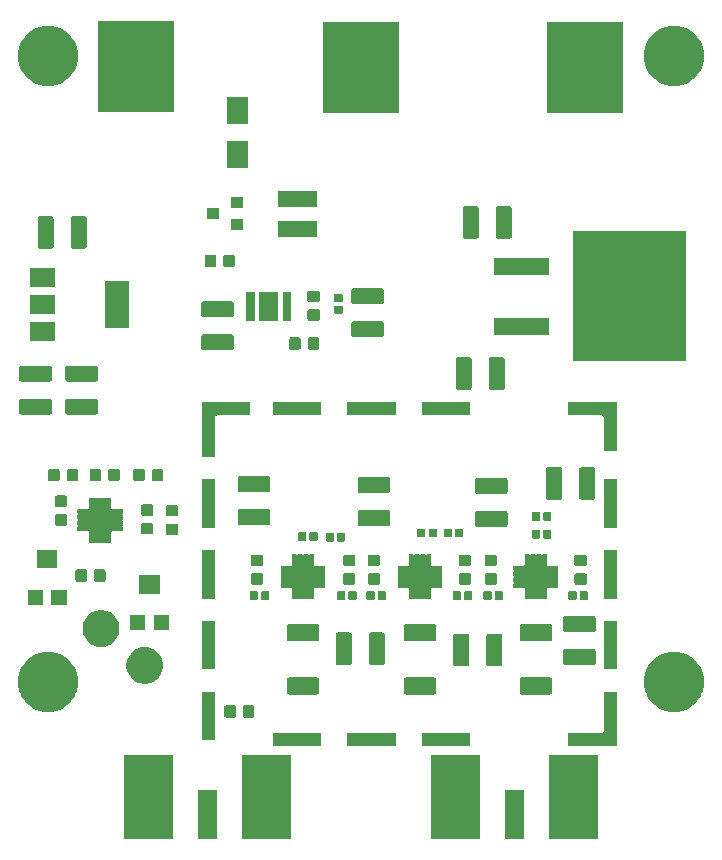
<source format=gts>
G04 #@! TF.GenerationSoftware,KiCad,Pcbnew,(5.1.4)-1*
G04 #@! TF.CreationDate,2020-03-14T09:34:49+01:00*
G04 #@! TF.ProjectId,wave_gen_amp,77617665-5f67-4656-9e5f-616d702e6b69,rev?*
G04 #@! TF.SameCoordinates,Original*
G04 #@! TF.FileFunction,Soldermask,Top*
G04 #@! TF.FilePolarity,Negative*
%FSLAX46Y46*%
G04 Gerber Fmt 4.6, Leading zero omitted, Abs format (unit mm)*
G04 Created by KiCad (PCBNEW (5.1.4)-1) date 2020-03-14 09:34:49*
%MOMM*%
%LPD*%
G04 APERTURE LIST*
%ADD10C,0.100000*%
G04 APERTURE END LIST*
D10*
G36*
X160051000Y-125801200D02*
G01*
X155949000Y-125801200D01*
X155949000Y-118699200D01*
X160051000Y-118699200D01*
X160051000Y-125801200D01*
X160051000Y-125801200D01*
G37*
G36*
X176051000Y-125801200D02*
G01*
X171949000Y-125801200D01*
X171949000Y-118699200D01*
X176051000Y-118699200D01*
X176051000Y-125801200D01*
X176051000Y-125801200D01*
G37*
G36*
X186051000Y-125801200D02*
G01*
X181949000Y-125801200D01*
X181949000Y-118699200D01*
X186051000Y-118699200D01*
X186051000Y-125801200D01*
X186051000Y-125801200D01*
G37*
G36*
X150051000Y-125801200D02*
G01*
X145949000Y-125801200D01*
X145949000Y-118699200D01*
X150051000Y-118699200D01*
X150051000Y-125801200D01*
X150051000Y-125801200D01*
G37*
G36*
X153801000Y-125781000D02*
G01*
X152199000Y-125781000D01*
X152199000Y-121679000D01*
X153801000Y-121679000D01*
X153801000Y-125781000D01*
X153801000Y-125781000D01*
G37*
G36*
X179801000Y-125781000D02*
G01*
X178199000Y-125781000D01*
X178199000Y-121679000D01*
X179801000Y-121679000D01*
X179801000Y-125781000D01*
X179801000Y-125781000D01*
G37*
G36*
X175251000Y-117951000D02*
G01*
X171149000Y-117951000D01*
X171149000Y-116849000D01*
X175251000Y-116849000D01*
X175251000Y-117951000D01*
X175251000Y-117951000D01*
G37*
G36*
X187651000Y-117951000D02*
G01*
X183549000Y-117951000D01*
X183549000Y-116849000D01*
X186424001Y-116849000D01*
X186448387Y-116846598D01*
X186471836Y-116839485D01*
X186493447Y-116827934D01*
X186512389Y-116812389D01*
X186527934Y-116793447D01*
X186539485Y-116771836D01*
X186546598Y-116748387D01*
X186549000Y-116724001D01*
X186549000Y-113349000D01*
X187651000Y-113349000D01*
X187651000Y-117951000D01*
X187651000Y-117951000D01*
G37*
G36*
X162651000Y-117951000D02*
G01*
X158549000Y-117951000D01*
X158549000Y-116849000D01*
X162651000Y-116849000D01*
X162651000Y-117951000D01*
X162651000Y-117951000D01*
G37*
G36*
X168951000Y-117951000D02*
G01*
X164849000Y-117951000D01*
X164849000Y-116849000D01*
X168951000Y-116849000D01*
X168951000Y-117951000D01*
X168951000Y-117951000D01*
G37*
G36*
X153651000Y-117451000D02*
G01*
X152549000Y-117451000D01*
X152549000Y-113349000D01*
X153651000Y-113349000D01*
X153651000Y-117451000D01*
X153651000Y-117451000D01*
G37*
G36*
X155267091Y-114478085D02*
G01*
X155301069Y-114488393D01*
X155332390Y-114505134D01*
X155359839Y-114527661D01*
X155382366Y-114555110D01*
X155399107Y-114586431D01*
X155409415Y-114620409D01*
X155413500Y-114661890D01*
X155413500Y-115338110D01*
X155409415Y-115379591D01*
X155399107Y-115413569D01*
X155382366Y-115444890D01*
X155359839Y-115472339D01*
X155332390Y-115494866D01*
X155301069Y-115511607D01*
X155267091Y-115521915D01*
X155225610Y-115526000D01*
X154624390Y-115526000D01*
X154582909Y-115521915D01*
X154548931Y-115511607D01*
X154517610Y-115494866D01*
X154490161Y-115472339D01*
X154467634Y-115444890D01*
X154450893Y-115413569D01*
X154440585Y-115379591D01*
X154436500Y-115338110D01*
X154436500Y-114661890D01*
X154440585Y-114620409D01*
X154450893Y-114586431D01*
X154467634Y-114555110D01*
X154490161Y-114527661D01*
X154517610Y-114505134D01*
X154548931Y-114488393D01*
X154582909Y-114478085D01*
X154624390Y-114474000D01*
X155225610Y-114474000D01*
X155267091Y-114478085D01*
X155267091Y-114478085D01*
G37*
G36*
X156842091Y-114478085D02*
G01*
X156876069Y-114488393D01*
X156907390Y-114505134D01*
X156934839Y-114527661D01*
X156957366Y-114555110D01*
X156974107Y-114586431D01*
X156984415Y-114620409D01*
X156988500Y-114661890D01*
X156988500Y-115338110D01*
X156984415Y-115379591D01*
X156974107Y-115413569D01*
X156957366Y-115444890D01*
X156934839Y-115472339D01*
X156907390Y-115494866D01*
X156876069Y-115511607D01*
X156842091Y-115521915D01*
X156800610Y-115526000D01*
X156199390Y-115526000D01*
X156157909Y-115521915D01*
X156123931Y-115511607D01*
X156092610Y-115494866D01*
X156065161Y-115472339D01*
X156042634Y-115444890D01*
X156025893Y-115413569D01*
X156015585Y-115379591D01*
X156011500Y-115338110D01*
X156011500Y-114661890D01*
X156015585Y-114620409D01*
X156025893Y-114586431D01*
X156042634Y-114555110D01*
X156065161Y-114527661D01*
X156092610Y-114505134D01*
X156123931Y-114488393D01*
X156157909Y-114478085D01*
X156199390Y-114474000D01*
X156800610Y-114474000D01*
X156842091Y-114478085D01*
X156842091Y-114478085D01*
G37*
G36*
X140244098Y-110047033D02*
G01*
X140708350Y-110239332D01*
X140708352Y-110239333D01*
X141126168Y-110518509D01*
X141481491Y-110873832D01*
X141760667Y-111291648D01*
X141760668Y-111291650D01*
X141952967Y-111755902D01*
X142051000Y-112248747D01*
X142051000Y-112751253D01*
X141952967Y-113244098D01*
X141817629Y-113570833D01*
X141760667Y-113708352D01*
X141481491Y-114126168D01*
X141126168Y-114481491D01*
X140708352Y-114760667D01*
X140708351Y-114760668D01*
X140708350Y-114760668D01*
X140244098Y-114952967D01*
X139751253Y-115051000D01*
X139248747Y-115051000D01*
X138755902Y-114952967D01*
X138291650Y-114760668D01*
X138291649Y-114760668D01*
X138291648Y-114760667D01*
X137873832Y-114481491D01*
X137518509Y-114126168D01*
X137239333Y-113708352D01*
X137182371Y-113570833D01*
X137047033Y-113244098D01*
X136949000Y-112751253D01*
X136949000Y-112248747D01*
X137047033Y-111755902D01*
X137239332Y-111291650D01*
X137239333Y-111291648D01*
X137518509Y-110873832D01*
X137873832Y-110518509D01*
X138291648Y-110239333D01*
X138291650Y-110239332D01*
X138755902Y-110047033D01*
X139248747Y-109949000D01*
X139751253Y-109949000D01*
X140244098Y-110047033D01*
X140244098Y-110047033D01*
G37*
G36*
X193244098Y-110047033D02*
G01*
X193708350Y-110239332D01*
X193708352Y-110239333D01*
X194126168Y-110518509D01*
X194481491Y-110873832D01*
X194760667Y-111291648D01*
X194760668Y-111291650D01*
X194952967Y-111755902D01*
X195051000Y-112248747D01*
X195051000Y-112751253D01*
X194952967Y-113244098D01*
X194817629Y-113570833D01*
X194760667Y-113708352D01*
X194481491Y-114126168D01*
X194126168Y-114481491D01*
X193708352Y-114760667D01*
X193708351Y-114760668D01*
X193708350Y-114760668D01*
X193244098Y-114952967D01*
X192751253Y-115051000D01*
X192248747Y-115051000D01*
X191755902Y-114952967D01*
X191291650Y-114760668D01*
X191291649Y-114760668D01*
X191291648Y-114760667D01*
X190873832Y-114481491D01*
X190518509Y-114126168D01*
X190239333Y-113708352D01*
X190182371Y-113570833D01*
X190047033Y-113244098D01*
X189949000Y-112751253D01*
X189949000Y-112248747D01*
X190047033Y-111755902D01*
X190239332Y-111291650D01*
X190239333Y-111291648D01*
X190518509Y-110873832D01*
X190873832Y-110518509D01*
X191291648Y-110239333D01*
X191291650Y-110239332D01*
X191755902Y-110047033D01*
X192248747Y-109949000D01*
X192751253Y-109949000D01*
X193244098Y-110047033D01*
X193244098Y-110047033D01*
G37*
G36*
X182032798Y-112128247D02*
G01*
X182068367Y-112139037D01*
X182101139Y-112156554D01*
X182129869Y-112180131D01*
X182153446Y-112208861D01*
X182170963Y-112241633D01*
X182181753Y-112277202D01*
X182186000Y-112320325D01*
X182186000Y-113379675D01*
X182181753Y-113422798D01*
X182170963Y-113458367D01*
X182153446Y-113491139D01*
X182129869Y-113519869D01*
X182101139Y-113543446D01*
X182068367Y-113560963D01*
X182032798Y-113571753D01*
X181989675Y-113576000D01*
X179630325Y-113576000D01*
X179587202Y-113571753D01*
X179551633Y-113560963D01*
X179518861Y-113543446D01*
X179490131Y-113519869D01*
X179466554Y-113491139D01*
X179449037Y-113458367D01*
X179438247Y-113422798D01*
X179434000Y-113379675D01*
X179434000Y-112320325D01*
X179438247Y-112277202D01*
X179449037Y-112241633D01*
X179466554Y-112208861D01*
X179490131Y-112180131D01*
X179518861Y-112156554D01*
X179551633Y-112139037D01*
X179587202Y-112128247D01*
X179630325Y-112124000D01*
X181989675Y-112124000D01*
X182032798Y-112128247D01*
X182032798Y-112128247D01*
G37*
G36*
X172222798Y-112128247D02*
G01*
X172258367Y-112139037D01*
X172291139Y-112156554D01*
X172319869Y-112180131D01*
X172343446Y-112208861D01*
X172360963Y-112241633D01*
X172371753Y-112277202D01*
X172376000Y-112320325D01*
X172376000Y-113379675D01*
X172371753Y-113422798D01*
X172360963Y-113458367D01*
X172343446Y-113491139D01*
X172319869Y-113519869D01*
X172291139Y-113543446D01*
X172258367Y-113560963D01*
X172222798Y-113571753D01*
X172179675Y-113576000D01*
X169820325Y-113576000D01*
X169777202Y-113571753D01*
X169741633Y-113560963D01*
X169708861Y-113543446D01*
X169680131Y-113519869D01*
X169656554Y-113491139D01*
X169639037Y-113458367D01*
X169628247Y-113422798D01*
X169624000Y-113379675D01*
X169624000Y-112320325D01*
X169628247Y-112277202D01*
X169639037Y-112241633D01*
X169656554Y-112208861D01*
X169680131Y-112180131D01*
X169708861Y-112156554D01*
X169741633Y-112139037D01*
X169777202Y-112128247D01*
X169820325Y-112124000D01*
X172179675Y-112124000D01*
X172222798Y-112128247D01*
X172222798Y-112128247D01*
G37*
G36*
X162322798Y-112128247D02*
G01*
X162358367Y-112139037D01*
X162391139Y-112156554D01*
X162419869Y-112180131D01*
X162443446Y-112208861D01*
X162460963Y-112241633D01*
X162471753Y-112277202D01*
X162476000Y-112320325D01*
X162476000Y-113379675D01*
X162471753Y-113422798D01*
X162460963Y-113458367D01*
X162443446Y-113491139D01*
X162419869Y-113519869D01*
X162391139Y-113543446D01*
X162358367Y-113560963D01*
X162322798Y-113571753D01*
X162279675Y-113576000D01*
X159920325Y-113576000D01*
X159877202Y-113571753D01*
X159841633Y-113560963D01*
X159808861Y-113543446D01*
X159780131Y-113519869D01*
X159756554Y-113491139D01*
X159739037Y-113458367D01*
X159728247Y-113422798D01*
X159724000Y-113379675D01*
X159724000Y-112320325D01*
X159728247Y-112277202D01*
X159739037Y-112241633D01*
X159756554Y-112208861D01*
X159780131Y-112180131D01*
X159808861Y-112156554D01*
X159841633Y-112139037D01*
X159877202Y-112128247D01*
X159920325Y-112124000D01*
X162279675Y-112124000D01*
X162322798Y-112128247D01*
X162322798Y-112128247D01*
G37*
G36*
X148002585Y-109578802D02*
G01*
X148152410Y-109608604D01*
X148434674Y-109725521D01*
X148688705Y-109895259D01*
X148904741Y-110111295D01*
X149074479Y-110365326D01*
X149137929Y-110518509D01*
X149191396Y-110647591D01*
X149236399Y-110873833D01*
X149251000Y-110947240D01*
X149251000Y-111252760D01*
X149191396Y-111552410D01*
X149074479Y-111834674D01*
X148904741Y-112088705D01*
X148688705Y-112304741D01*
X148434674Y-112474479D01*
X148152410Y-112591396D01*
X148002585Y-112621198D01*
X147852761Y-112651000D01*
X147547239Y-112651000D01*
X147397415Y-112621198D01*
X147247590Y-112591396D01*
X146965326Y-112474479D01*
X146711295Y-112304741D01*
X146495259Y-112088705D01*
X146325521Y-111834674D01*
X146208604Y-111552410D01*
X146149000Y-111252760D01*
X146149000Y-110947240D01*
X146163602Y-110873833D01*
X146208604Y-110647591D01*
X146262071Y-110518509D01*
X146325521Y-110365326D01*
X146495259Y-110111295D01*
X146711295Y-109895259D01*
X146965326Y-109725521D01*
X147247590Y-109608604D01*
X147397415Y-109578802D01*
X147547239Y-109549000D01*
X147852761Y-109549000D01*
X148002585Y-109578802D01*
X148002585Y-109578802D01*
G37*
G36*
X187651000Y-111451000D02*
G01*
X186549000Y-111451000D01*
X186549000Y-107349000D01*
X187651000Y-107349000D01*
X187651000Y-111451000D01*
X187651000Y-111451000D01*
G37*
G36*
X153651000Y-111451000D02*
G01*
X152549000Y-111451000D01*
X152549000Y-107349000D01*
X153651000Y-107349000D01*
X153651000Y-111451000D01*
X153651000Y-111451000D01*
G37*
G36*
X177818604Y-108428347D02*
G01*
X177855144Y-108439432D01*
X177888821Y-108457433D01*
X177918341Y-108481659D01*
X177942567Y-108511179D01*
X177960568Y-108544856D01*
X177971653Y-108581396D01*
X177976000Y-108625538D01*
X177976000Y-110974462D01*
X177971653Y-111018604D01*
X177960568Y-111055144D01*
X177942567Y-111088821D01*
X177918341Y-111118341D01*
X177888821Y-111142567D01*
X177855144Y-111160568D01*
X177818604Y-111171653D01*
X177774462Y-111176000D01*
X176825538Y-111176000D01*
X176781396Y-111171653D01*
X176744856Y-111160568D01*
X176711179Y-111142567D01*
X176681659Y-111118341D01*
X176657433Y-111088821D01*
X176639432Y-111055144D01*
X176628347Y-111018604D01*
X176624000Y-110974462D01*
X176624000Y-108625538D01*
X176628347Y-108581396D01*
X176639432Y-108544856D01*
X176657433Y-108511179D01*
X176681659Y-108481659D01*
X176711179Y-108457433D01*
X176744856Y-108439432D01*
X176781396Y-108428347D01*
X176825538Y-108424000D01*
X177774462Y-108424000D01*
X177818604Y-108428347D01*
X177818604Y-108428347D01*
G37*
G36*
X175018604Y-108428347D02*
G01*
X175055144Y-108439432D01*
X175088821Y-108457433D01*
X175118341Y-108481659D01*
X175142567Y-108511179D01*
X175160568Y-108544856D01*
X175171653Y-108581396D01*
X175176000Y-108625538D01*
X175176000Y-110974462D01*
X175171653Y-111018604D01*
X175160568Y-111055144D01*
X175142567Y-111088821D01*
X175118341Y-111118341D01*
X175088821Y-111142567D01*
X175055144Y-111160568D01*
X175018604Y-111171653D01*
X174974462Y-111176000D01*
X174025538Y-111176000D01*
X173981396Y-111171653D01*
X173944856Y-111160568D01*
X173911179Y-111142567D01*
X173881659Y-111118341D01*
X173857433Y-111088821D01*
X173839432Y-111055144D01*
X173828347Y-111018604D01*
X173824000Y-110974462D01*
X173824000Y-108625538D01*
X173828347Y-108581396D01*
X173839432Y-108544856D01*
X173857433Y-108511179D01*
X173881659Y-108481659D01*
X173911179Y-108457433D01*
X173944856Y-108439432D01*
X173981396Y-108428347D01*
X174025538Y-108424000D01*
X174974462Y-108424000D01*
X175018604Y-108428347D01*
X175018604Y-108428347D01*
G37*
G36*
X167868604Y-108328347D02*
G01*
X167905144Y-108339432D01*
X167938821Y-108357433D01*
X167968341Y-108381659D01*
X167992567Y-108411179D01*
X168010568Y-108444856D01*
X168021653Y-108481396D01*
X168026000Y-108525538D01*
X168026000Y-110874462D01*
X168021653Y-110918604D01*
X168010568Y-110955144D01*
X167992567Y-110988821D01*
X167968341Y-111018341D01*
X167938821Y-111042567D01*
X167905144Y-111060568D01*
X167868604Y-111071653D01*
X167824462Y-111076000D01*
X166875538Y-111076000D01*
X166831396Y-111071653D01*
X166794856Y-111060568D01*
X166761179Y-111042567D01*
X166731659Y-111018341D01*
X166707433Y-110988821D01*
X166689432Y-110955144D01*
X166678347Y-110918604D01*
X166674000Y-110874462D01*
X166674000Y-108525538D01*
X166678347Y-108481396D01*
X166689432Y-108444856D01*
X166707433Y-108411179D01*
X166731659Y-108381659D01*
X166761179Y-108357433D01*
X166794856Y-108339432D01*
X166831396Y-108328347D01*
X166875538Y-108324000D01*
X167824462Y-108324000D01*
X167868604Y-108328347D01*
X167868604Y-108328347D01*
G37*
G36*
X185718604Y-109728347D02*
G01*
X185755144Y-109739432D01*
X185788821Y-109757433D01*
X185818341Y-109781659D01*
X185842567Y-109811179D01*
X185860568Y-109844856D01*
X185871653Y-109881396D01*
X185876000Y-109925538D01*
X185876000Y-110874462D01*
X185871653Y-110918604D01*
X185860568Y-110955144D01*
X185842567Y-110988821D01*
X185818341Y-111018341D01*
X185788821Y-111042567D01*
X185755144Y-111060568D01*
X185718604Y-111071653D01*
X185674462Y-111076000D01*
X183325538Y-111076000D01*
X183281396Y-111071653D01*
X183244856Y-111060568D01*
X183211179Y-111042567D01*
X183181659Y-111018341D01*
X183157433Y-110988821D01*
X183139432Y-110955144D01*
X183128347Y-110918604D01*
X183124000Y-110874462D01*
X183124000Y-109925538D01*
X183128347Y-109881396D01*
X183139432Y-109844856D01*
X183157433Y-109811179D01*
X183181659Y-109781659D01*
X183211179Y-109757433D01*
X183244856Y-109739432D01*
X183281396Y-109728347D01*
X183325538Y-109724000D01*
X185674462Y-109724000D01*
X185718604Y-109728347D01*
X185718604Y-109728347D01*
G37*
G36*
X165068604Y-108328347D02*
G01*
X165105144Y-108339432D01*
X165138821Y-108357433D01*
X165168341Y-108381659D01*
X165192567Y-108411179D01*
X165210568Y-108444856D01*
X165221653Y-108481396D01*
X165226000Y-108525538D01*
X165226000Y-110874462D01*
X165221653Y-110918604D01*
X165210568Y-110955144D01*
X165192567Y-110988821D01*
X165168341Y-111018341D01*
X165138821Y-111042567D01*
X165105144Y-111060568D01*
X165068604Y-111071653D01*
X165024462Y-111076000D01*
X164075538Y-111076000D01*
X164031396Y-111071653D01*
X163994856Y-111060568D01*
X163961179Y-111042567D01*
X163931659Y-111018341D01*
X163907433Y-110988821D01*
X163889432Y-110955144D01*
X163878347Y-110918604D01*
X163874000Y-110874462D01*
X163874000Y-108525538D01*
X163878347Y-108481396D01*
X163889432Y-108444856D01*
X163907433Y-108411179D01*
X163931659Y-108381659D01*
X163961179Y-108357433D01*
X163994856Y-108339432D01*
X164031396Y-108328347D01*
X164075538Y-108324000D01*
X165024462Y-108324000D01*
X165068604Y-108328347D01*
X165068604Y-108328347D01*
G37*
G36*
X144302585Y-106478802D02*
G01*
X144452410Y-106508604D01*
X144734674Y-106625521D01*
X144988705Y-106795259D01*
X145204741Y-107011295D01*
X145374479Y-107265326D01*
X145491396Y-107547590D01*
X145491396Y-107547591D01*
X145529994Y-107741633D01*
X145551000Y-107847240D01*
X145551000Y-108152760D01*
X145491396Y-108452410D01*
X145374479Y-108734674D01*
X145204741Y-108988705D01*
X144988705Y-109204741D01*
X144734674Y-109374479D01*
X144452410Y-109491396D01*
X144302585Y-109521198D01*
X144152761Y-109551000D01*
X143847239Y-109551000D01*
X143697415Y-109521198D01*
X143547590Y-109491396D01*
X143265326Y-109374479D01*
X143011295Y-109204741D01*
X142795259Y-108988705D01*
X142625521Y-108734674D01*
X142508604Y-108452410D01*
X142449000Y-108152760D01*
X142449000Y-107847240D01*
X142470007Y-107741633D01*
X142508604Y-107547591D01*
X142508604Y-107547590D01*
X142625521Y-107265326D01*
X142795259Y-107011295D01*
X143011295Y-106795259D01*
X143265326Y-106625521D01*
X143547590Y-106508604D01*
X143697415Y-106478802D01*
X143847239Y-106449000D01*
X144152761Y-106449000D01*
X144302585Y-106478802D01*
X144302585Y-106478802D01*
G37*
G36*
X162322798Y-107628247D02*
G01*
X162358367Y-107639037D01*
X162391139Y-107656554D01*
X162419869Y-107680131D01*
X162443446Y-107708861D01*
X162460963Y-107741633D01*
X162471753Y-107777202D01*
X162476000Y-107820325D01*
X162476000Y-108879675D01*
X162471753Y-108922798D01*
X162460963Y-108958367D01*
X162443446Y-108991139D01*
X162419869Y-109019869D01*
X162391139Y-109043446D01*
X162358367Y-109060963D01*
X162322798Y-109071753D01*
X162279675Y-109076000D01*
X159920325Y-109076000D01*
X159877202Y-109071753D01*
X159841633Y-109060963D01*
X159808861Y-109043446D01*
X159780131Y-109019869D01*
X159756554Y-108991139D01*
X159739037Y-108958367D01*
X159728247Y-108922798D01*
X159724000Y-108879675D01*
X159724000Y-107820325D01*
X159728247Y-107777202D01*
X159739037Y-107741633D01*
X159756554Y-107708861D01*
X159780131Y-107680131D01*
X159808861Y-107656554D01*
X159841633Y-107639037D01*
X159877202Y-107628247D01*
X159920325Y-107624000D01*
X162279675Y-107624000D01*
X162322798Y-107628247D01*
X162322798Y-107628247D01*
G37*
G36*
X182032798Y-107628247D02*
G01*
X182068367Y-107639037D01*
X182101139Y-107656554D01*
X182129869Y-107680131D01*
X182153446Y-107708861D01*
X182170963Y-107741633D01*
X182181753Y-107777202D01*
X182186000Y-107820325D01*
X182186000Y-108879675D01*
X182181753Y-108922798D01*
X182170963Y-108958367D01*
X182153446Y-108991139D01*
X182129869Y-109019869D01*
X182101139Y-109043446D01*
X182068367Y-109060963D01*
X182032798Y-109071753D01*
X181989675Y-109076000D01*
X179630325Y-109076000D01*
X179587202Y-109071753D01*
X179551633Y-109060963D01*
X179518861Y-109043446D01*
X179490131Y-109019869D01*
X179466554Y-108991139D01*
X179449037Y-108958367D01*
X179438247Y-108922798D01*
X179434000Y-108879675D01*
X179434000Y-107820325D01*
X179438247Y-107777202D01*
X179449037Y-107741633D01*
X179466554Y-107708861D01*
X179490131Y-107680131D01*
X179518861Y-107656554D01*
X179551633Y-107639037D01*
X179587202Y-107628247D01*
X179630325Y-107624000D01*
X181989675Y-107624000D01*
X182032798Y-107628247D01*
X182032798Y-107628247D01*
G37*
G36*
X172222798Y-107628247D02*
G01*
X172258367Y-107639037D01*
X172291139Y-107656554D01*
X172319869Y-107680131D01*
X172343446Y-107708861D01*
X172360963Y-107741633D01*
X172371753Y-107777202D01*
X172376000Y-107820325D01*
X172376000Y-108879675D01*
X172371753Y-108922798D01*
X172360963Y-108958367D01*
X172343446Y-108991139D01*
X172319869Y-109019869D01*
X172291139Y-109043446D01*
X172258367Y-109060963D01*
X172222798Y-109071753D01*
X172179675Y-109076000D01*
X169820325Y-109076000D01*
X169777202Y-109071753D01*
X169741633Y-109060963D01*
X169708861Y-109043446D01*
X169680131Y-109019869D01*
X169656554Y-108991139D01*
X169639037Y-108958367D01*
X169628247Y-108922798D01*
X169624000Y-108879675D01*
X169624000Y-107820325D01*
X169628247Y-107777202D01*
X169639037Y-107741633D01*
X169656554Y-107708861D01*
X169680131Y-107680131D01*
X169708861Y-107656554D01*
X169741633Y-107639037D01*
X169777202Y-107628247D01*
X169820325Y-107624000D01*
X172179675Y-107624000D01*
X172222798Y-107628247D01*
X172222798Y-107628247D01*
G37*
G36*
X185718604Y-106928347D02*
G01*
X185755144Y-106939432D01*
X185788821Y-106957433D01*
X185818341Y-106981659D01*
X185842567Y-107011179D01*
X185860568Y-107044856D01*
X185871653Y-107081396D01*
X185876000Y-107125538D01*
X185876000Y-108074462D01*
X185871653Y-108118604D01*
X185860568Y-108155144D01*
X185842567Y-108188821D01*
X185818341Y-108218341D01*
X185788821Y-108242567D01*
X185755144Y-108260568D01*
X185718604Y-108271653D01*
X185674462Y-108276000D01*
X183325538Y-108276000D01*
X183281396Y-108271653D01*
X183244856Y-108260568D01*
X183211179Y-108242567D01*
X183181659Y-108218341D01*
X183157433Y-108188821D01*
X183139432Y-108155144D01*
X183128347Y-108118604D01*
X183124000Y-108074462D01*
X183124000Y-107125538D01*
X183128347Y-107081396D01*
X183139432Y-107044856D01*
X183157433Y-107011179D01*
X183181659Y-106981659D01*
X183211179Y-106957433D01*
X183244856Y-106939432D01*
X183281396Y-106928347D01*
X183325538Y-106924000D01*
X185674462Y-106924000D01*
X185718604Y-106928347D01*
X185718604Y-106928347D01*
G37*
G36*
X149751000Y-108151000D02*
G01*
X148449000Y-108151000D01*
X148449000Y-106849000D01*
X149751000Y-106849000D01*
X149751000Y-108151000D01*
X149751000Y-108151000D01*
G37*
G36*
X147751000Y-108151000D02*
G01*
X146449000Y-108151000D01*
X146449000Y-106849000D01*
X147751000Y-106849000D01*
X147751000Y-108151000D01*
X147751000Y-108151000D01*
G37*
G36*
X141101000Y-106001000D02*
G01*
X139799000Y-106001000D01*
X139799000Y-104699000D01*
X141101000Y-104699000D01*
X141101000Y-106001000D01*
X141101000Y-106001000D01*
G37*
G36*
X139101000Y-106001000D02*
G01*
X137799000Y-106001000D01*
X137799000Y-104699000D01*
X139101000Y-104699000D01*
X139101000Y-106001000D01*
X139101000Y-106001000D01*
G37*
G36*
X164571938Y-104831716D02*
G01*
X164592557Y-104837971D01*
X164611553Y-104848124D01*
X164628208Y-104861792D01*
X164641876Y-104878447D01*
X164652029Y-104897443D01*
X164658284Y-104918062D01*
X164661000Y-104945640D01*
X164661000Y-105454360D01*
X164658284Y-105481938D01*
X164652029Y-105502557D01*
X164641876Y-105521553D01*
X164628208Y-105538208D01*
X164611553Y-105551876D01*
X164592557Y-105562029D01*
X164571938Y-105568284D01*
X164544360Y-105571000D01*
X164085640Y-105571000D01*
X164058062Y-105568284D01*
X164037443Y-105562029D01*
X164018447Y-105551876D01*
X164001792Y-105538208D01*
X163988124Y-105521553D01*
X163977971Y-105502557D01*
X163971716Y-105481938D01*
X163969000Y-105454360D01*
X163969000Y-104945640D01*
X163971716Y-104918062D01*
X163977971Y-104897443D01*
X163988124Y-104878447D01*
X164001792Y-104861792D01*
X164018447Y-104848124D01*
X164037443Y-104837971D01*
X164058062Y-104831716D01*
X164085640Y-104829000D01*
X164544360Y-104829000D01*
X164571938Y-104831716D01*
X164571938Y-104831716D01*
G37*
G36*
X165541938Y-104831716D02*
G01*
X165562557Y-104837971D01*
X165581553Y-104848124D01*
X165598208Y-104861792D01*
X165611876Y-104878447D01*
X165622029Y-104897443D01*
X165628284Y-104918062D01*
X165631000Y-104945640D01*
X165631000Y-105454360D01*
X165628284Y-105481938D01*
X165622029Y-105502557D01*
X165611876Y-105521553D01*
X165598208Y-105538208D01*
X165581553Y-105551876D01*
X165562557Y-105562029D01*
X165541938Y-105568284D01*
X165514360Y-105571000D01*
X165055640Y-105571000D01*
X165028062Y-105568284D01*
X165007443Y-105562029D01*
X164988447Y-105551876D01*
X164971792Y-105538208D01*
X164958124Y-105521553D01*
X164947971Y-105502557D01*
X164941716Y-105481938D01*
X164939000Y-105454360D01*
X164939000Y-104945640D01*
X164941716Y-104918062D01*
X164947971Y-104897443D01*
X164958124Y-104878447D01*
X164971792Y-104861792D01*
X164988447Y-104848124D01*
X165007443Y-104837971D01*
X165028062Y-104831716D01*
X165055640Y-104829000D01*
X165514360Y-104829000D01*
X165541938Y-104831716D01*
X165541938Y-104831716D01*
G37*
G36*
X168041938Y-104831716D02*
G01*
X168062557Y-104837971D01*
X168081553Y-104848124D01*
X168098208Y-104861792D01*
X168111876Y-104878447D01*
X168122029Y-104897443D01*
X168128284Y-104918062D01*
X168131000Y-104945640D01*
X168131000Y-105454360D01*
X168128284Y-105481938D01*
X168122029Y-105502557D01*
X168111876Y-105521553D01*
X168098208Y-105538208D01*
X168081553Y-105551876D01*
X168062557Y-105562029D01*
X168041938Y-105568284D01*
X168014360Y-105571000D01*
X167555640Y-105571000D01*
X167528062Y-105568284D01*
X167507443Y-105562029D01*
X167488447Y-105551876D01*
X167471792Y-105538208D01*
X167458124Y-105521553D01*
X167447971Y-105502557D01*
X167441716Y-105481938D01*
X167439000Y-105454360D01*
X167439000Y-104945640D01*
X167441716Y-104918062D01*
X167447971Y-104897443D01*
X167458124Y-104878447D01*
X167471792Y-104861792D01*
X167488447Y-104848124D01*
X167507443Y-104837971D01*
X167528062Y-104831716D01*
X167555640Y-104829000D01*
X168014360Y-104829000D01*
X168041938Y-104831716D01*
X168041938Y-104831716D01*
G37*
G36*
X184171938Y-104831716D02*
G01*
X184192557Y-104837971D01*
X184211553Y-104848124D01*
X184228208Y-104861792D01*
X184241876Y-104878447D01*
X184252029Y-104897443D01*
X184258284Y-104918062D01*
X184261000Y-104945640D01*
X184261000Y-105454360D01*
X184258284Y-105481938D01*
X184252029Y-105502557D01*
X184241876Y-105521553D01*
X184228208Y-105538208D01*
X184211553Y-105551876D01*
X184192557Y-105562029D01*
X184171938Y-105568284D01*
X184144360Y-105571000D01*
X183685640Y-105571000D01*
X183658062Y-105568284D01*
X183637443Y-105562029D01*
X183618447Y-105551876D01*
X183601792Y-105538208D01*
X183588124Y-105521553D01*
X183577971Y-105502557D01*
X183571716Y-105481938D01*
X183569000Y-105454360D01*
X183569000Y-104945640D01*
X183571716Y-104918062D01*
X183577971Y-104897443D01*
X183588124Y-104878447D01*
X183601792Y-104861792D01*
X183618447Y-104848124D01*
X183637443Y-104837971D01*
X183658062Y-104831716D01*
X183685640Y-104829000D01*
X184144360Y-104829000D01*
X184171938Y-104831716D01*
X184171938Y-104831716D01*
G37*
G36*
X185141938Y-104831716D02*
G01*
X185162557Y-104837971D01*
X185181553Y-104848124D01*
X185198208Y-104861792D01*
X185211876Y-104878447D01*
X185222029Y-104897443D01*
X185228284Y-104918062D01*
X185231000Y-104945640D01*
X185231000Y-105454360D01*
X185228284Y-105481938D01*
X185222029Y-105502557D01*
X185211876Y-105521553D01*
X185198208Y-105538208D01*
X185181553Y-105551876D01*
X185162557Y-105562029D01*
X185141938Y-105568284D01*
X185114360Y-105571000D01*
X184655640Y-105571000D01*
X184628062Y-105568284D01*
X184607443Y-105562029D01*
X184588447Y-105551876D01*
X184571792Y-105538208D01*
X184558124Y-105521553D01*
X184547971Y-105502557D01*
X184541716Y-105481938D01*
X184539000Y-105454360D01*
X184539000Y-104945640D01*
X184541716Y-104918062D01*
X184547971Y-104897443D01*
X184558124Y-104878447D01*
X184571792Y-104861792D01*
X184588447Y-104848124D01*
X184607443Y-104837971D01*
X184628062Y-104831716D01*
X184655640Y-104829000D01*
X185114360Y-104829000D01*
X185141938Y-104831716D01*
X185141938Y-104831716D01*
G37*
G36*
X176971938Y-104831716D02*
G01*
X176992557Y-104837971D01*
X177011553Y-104848124D01*
X177028208Y-104861792D01*
X177041876Y-104878447D01*
X177052029Y-104897443D01*
X177058284Y-104918062D01*
X177061000Y-104945640D01*
X177061000Y-105454360D01*
X177058284Y-105481938D01*
X177052029Y-105502557D01*
X177041876Y-105521553D01*
X177028208Y-105538208D01*
X177011553Y-105551876D01*
X176992557Y-105562029D01*
X176971938Y-105568284D01*
X176944360Y-105571000D01*
X176485640Y-105571000D01*
X176458062Y-105568284D01*
X176437443Y-105562029D01*
X176418447Y-105551876D01*
X176401792Y-105538208D01*
X176388124Y-105521553D01*
X176377971Y-105502557D01*
X176371716Y-105481938D01*
X176369000Y-105454360D01*
X176369000Y-104945640D01*
X176371716Y-104918062D01*
X176377971Y-104897443D01*
X176388124Y-104878447D01*
X176401792Y-104861792D01*
X176418447Y-104848124D01*
X176437443Y-104837971D01*
X176458062Y-104831716D01*
X176485640Y-104829000D01*
X176944360Y-104829000D01*
X176971938Y-104831716D01*
X176971938Y-104831716D01*
G37*
G36*
X177941938Y-104831716D02*
G01*
X177962557Y-104837971D01*
X177981553Y-104848124D01*
X177998208Y-104861792D01*
X178011876Y-104878447D01*
X178022029Y-104897443D01*
X178028284Y-104918062D01*
X178031000Y-104945640D01*
X178031000Y-105454360D01*
X178028284Y-105481938D01*
X178022029Y-105502557D01*
X178011876Y-105521553D01*
X177998208Y-105538208D01*
X177981553Y-105551876D01*
X177962557Y-105562029D01*
X177941938Y-105568284D01*
X177914360Y-105571000D01*
X177455640Y-105571000D01*
X177428062Y-105568284D01*
X177407443Y-105562029D01*
X177388447Y-105551876D01*
X177371792Y-105538208D01*
X177358124Y-105521553D01*
X177347971Y-105502557D01*
X177341716Y-105481938D01*
X177339000Y-105454360D01*
X177339000Y-104945640D01*
X177341716Y-104918062D01*
X177347971Y-104897443D01*
X177358124Y-104878447D01*
X177371792Y-104861792D01*
X177388447Y-104848124D01*
X177407443Y-104837971D01*
X177428062Y-104831716D01*
X177455640Y-104829000D01*
X177914360Y-104829000D01*
X177941938Y-104831716D01*
X177941938Y-104831716D01*
G37*
G36*
X174371938Y-104831716D02*
G01*
X174392557Y-104837971D01*
X174411553Y-104848124D01*
X174428208Y-104861792D01*
X174441876Y-104878447D01*
X174452029Y-104897443D01*
X174458284Y-104918062D01*
X174461000Y-104945640D01*
X174461000Y-105454360D01*
X174458284Y-105481938D01*
X174452029Y-105502557D01*
X174441876Y-105521553D01*
X174428208Y-105538208D01*
X174411553Y-105551876D01*
X174392557Y-105562029D01*
X174371938Y-105568284D01*
X174344360Y-105571000D01*
X173885640Y-105571000D01*
X173858062Y-105568284D01*
X173837443Y-105562029D01*
X173818447Y-105551876D01*
X173801792Y-105538208D01*
X173788124Y-105521553D01*
X173777971Y-105502557D01*
X173771716Y-105481938D01*
X173769000Y-105454360D01*
X173769000Y-104945640D01*
X173771716Y-104918062D01*
X173777971Y-104897443D01*
X173788124Y-104878447D01*
X173801792Y-104861792D01*
X173818447Y-104848124D01*
X173837443Y-104837971D01*
X173858062Y-104831716D01*
X173885640Y-104829000D01*
X174344360Y-104829000D01*
X174371938Y-104831716D01*
X174371938Y-104831716D01*
G37*
G36*
X157171938Y-104831716D02*
G01*
X157192557Y-104837971D01*
X157211553Y-104848124D01*
X157228208Y-104861792D01*
X157241876Y-104878447D01*
X157252029Y-104897443D01*
X157258284Y-104918062D01*
X157261000Y-104945640D01*
X157261000Y-105454360D01*
X157258284Y-105481938D01*
X157252029Y-105502557D01*
X157241876Y-105521553D01*
X157228208Y-105538208D01*
X157211553Y-105551876D01*
X157192557Y-105562029D01*
X157171938Y-105568284D01*
X157144360Y-105571000D01*
X156685640Y-105571000D01*
X156658062Y-105568284D01*
X156637443Y-105562029D01*
X156618447Y-105551876D01*
X156601792Y-105538208D01*
X156588124Y-105521553D01*
X156577971Y-105502557D01*
X156571716Y-105481938D01*
X156569000Y-105454360D01*
X156569000Y-104945640D01*
X156571716Y-104918062D01*
X156577971Y-104897443D01*
X156588124Y-104878447D01*
X156601792Y-104861792D01*
X156618447Y-104848124D01*
X156637443Y-104837971D01*
X156658062Y-104831716D01*
X156685640Y-104829000D01*
X157144360Y-104829000D01*
X157171938Y-104831716D01*
X157171938Y-104831716D01*
G37*
G36*
X167071938Y-104831716D02*
G01*
X167092557Y-104837971D01*
X167111553Y-104848124D01*
X167128208Y-104861792D01*
X167141876Y-104878447D01*
X167152029Y-104897443D01*
X167158284Y-104918062D01*
X167161000Y-104945640D01*
X167161000Y-105454360D01*
X167158284Y-105481938D01*
X167152029Y-105502557D01*
X167141876Y-105521553D01*
X167128208Y-105538208D01*
X167111553Y-105551876D01*
X167092557Y-105562029D01*
X167071938Y-105568284D01*
X167044360Y-105571000D01*
X166585640Y-105571000D01*
X166558062Y-105568284D01*
X166537443Y-105562029D01*
X166518447Y-105551876D01*
X166501792Y-105538208D01*
X166488124Y-105521553D01*
X166477971Y-105502557D01*
X166471716Y-105481938D01*
X166469000Y-105454360D01*
X166469000Y-104945640D01*
X166471716Y-104918062D01*
X166477971Y-104897443D01*
X166488124Y-104878447D01*
X166501792Y-104861792D01*
X166518447Y-104848124D01*
X166537443Y-104837971D01*
X166558062Y-104831716D01*
X166585640Y-104829000D01*
X167044360Y-104829000D01*
X167071938Y-104831716D01*
X167071938Y-104831716D01*
G37*
G36*
X158141938Y-104831716D02*
G01*
X158162557Y-104837971D01*
X158181553Y-104848124D01*
X158198208Y-104861792D01*
X158211876Y-104878447D01*
X158222029Y-104897443D01*
X158228284Y-104918062D01*
X158231000Y-104945640D01*
X158231000Y-105454360D01*
X158228284Y-105481938D01*
X158222029Y-105502557D01*
X158211876Y-105521553D01*
X158198208Y-105538208D01*
X158181553Y-105551876D01*
X158162557Y-105562029D01*
X158141938Y-105568284D01*
X158114360Y-105571000D01*
X157655640Y-105571000D01*
X157628062Y-105568284D01*
X157607443Y-105562029D01*
X157588447Y-105551876D01*
X157571792Y-105538208D01*
X157558124Y-105521553D01*
X157547971Y-105502557D01*
X157541716Y-105481938D01*
X157539000Y-105454360D01*
X157539000Y-104945640D01*
X157541716Y-104918062D01*
X157547971Y-104897443D01*
X157558124Y-104878447D01*
X157571792Y-104861792D01*
X157588447Y-104848124D01*
X157607443Y-104837971D01*
X157628062Y-104831716D01*
X157655640Y-104829000D01*
X158114360Y-104829000D01*
X158141938Y-104831716D01*
X158141938Y-104831716D01*
G37*
G36*
X175341938Y-104831716D02*
G01*
X175362557Y-104837971D01*
X175381553Y-104848124D01*
X175398208Y-104861792D01*
X175411876Y-104878447D01*
X175422029Y-104897443D01*
X175428284Y-104918062D01*
X175431000Y-104945640D01*
X175431000Y-105454360D01*
X175428284Y-105481938D01*
X175422029Y-105502557D01*
X175411876Y-105521553D01*
X175398208Y-105538208D01*
X175381553Y-105551876D01*
X175362557Y-105562029D01*
X175341938Y-105568284D01*
X175314360Y-105571000D01*
X174855640Y-105571000D01*
X174828062Y-105568284D01*
X174807443Y-105562029D01*
X174788447Y-105551876D01*
X174771792Y-105538208D01*
X174758124Y-105521553D01*
X174747971Y-105502557D01*
X174741716Y-105481938D01*
X174739000Y-105454360D01*
X174739000Y-104945640D01*
X174741716Y-104918062D01*
X174747971Y-104897443D01*
X174758124Y-104878447D01*
X174771792Y-104861792D01*
X174788447Y-104848124D01*
X174807443Y-104837971D01*
X174828062Y-104831716D01*
X174855640Y-104829000D01*
X175314360Y-104829000D01*
X175341938Y-104831716D01*
X175341938Y-104831716D01*
G37*
G36*
X170405355Y-101700083D02*
G01*
X170410029Y-101701501D01*
X170414330Y-101703800D01*
X170420702Y-101709029D01*
X170441076Y-101722643D01*
X170463715Y-101732020D01*
X170487749Y-101736800D01*
X170512253Y-101736800D01*
X170536286Y-101732019D01*
X170558925Y-101722642D01*
X170579298Y-101709029D01*
X170585670Y-101703800D01*
X170589971Y-101701501D01*
X170594645Y-101700083D01*
X170605641Y-101699000D01*
X170894359Y-101699000D01*
X170905355Y-101700083D01*
X170910029Y-101701501D01*
X170914330Y-101703800D01*
X170920702Y-101709029D01*
X170941076Y-101722643D01*
X170963715Y-101732020D01*
X170987749Y-101736800D01*
X171012253Y-101736800D01*
X171036286Y-101732019D01*
X171058925Y-101722642D01*
X171079298Y-101709029D01*
X171085670Y-101703800D01*
X171089971Y-101701501D01*
X171094645Y-101700083D01*
X171105641Y-101699000D01*
X171394359Y-101699000D01*
X171405355Y-101700083D01*
X171410029Y-101701501D01*
X171414330Y-101703800D01*
X171420702Y-101709029D01*
X171441076Y-101722643D01*
X171463715Y-101732020D01*
X171487749Y-101736800D01*
X171512253Y-101736800D01*
X171536286Y-101732019D01*
X171558925Y-101722642D01*
X171579298Y-101709029D01*
X171585670Y-101703800D01*
X171589971Y-101701501D01*
X171594645Y-101700083D01*
X171605641Y-101699000D01*
X171894359Y-101699000D01*
X171905355Y-101700083D01*
X171910029Y-101701501D01*
X171914331Y-101703800D01*
X171918104Y-101706896D01*
X171921200Y-101710669D01*
X171923499Y-101714971D01*
X171924917Y-101719645D01*
X171926000Y-101730641D01*
X171926000Y-102549001D01*
X171928402Y-102573387D01*
X171935515Y-102596836D01*
X171947066Y-102618447D01*
X171962611Y-102637389D01*
X171981553Y-102652934D01*
X172003164Y-102664485D01*
X172026613Y-102671598D01*
X172050999Y-102674000D01*
X172869359Y-102674000D01*
X172880355Y-102675083D01*
X172885029Y-102676501D01*
X172889331Y-102678800D01*
X172893104Y-102681896D01*
X172896200Y-102685669D01*
X172898499Y-102689971D01*
X172899917Y-102694645D01*
X172901000Y-102705641D01*
X172901000Y-102994359D01*
X172899917Y-103005355D01*
X172898499Y-103010029D01*
X172896200Y-103014330D01*
X172890971Y-103020702D01*
X172877357Y-103041076D01*
X172867980Y-103063715D01*
X172863200Y-103087749D01*
X172863200Y-103112253D01*
X172867981Y-103136286D01*
X172877358Y-103158925D01*
X172890971Y-103179298D01*
X172896200Y-103185670D01*
X172898499Y-103189971D01*
X172899917Y-103194645D01*
X172901000Y-103205641D01*
X172901000Y-103494359D01*
X172899917Y-103505355D01*
X172898499Y-103510029D01*
X172896200Y-103514330D01*
X172890971Y-103520702D01*
X172877357Y-103541076D01*
X172867980Y-103563715D01*
X172863200Y-103587749D01*
X172863200Y-103612253D01*
X172867981Y-103636286D01*
X172877358Y-103658925D01*
X172890971Y-103679298D01*
X172896200Y-103685670D01*
X172898499Y-103689971D01*
X172899917Y-103694645D01*
X172901000Y-103705641D01*
X172901000Y-103994359D01*
X172899917Y-104005355D01*
X172898499Y-104010029D01*
X172896200Y-104014330D01*
X172890971Y-104020702D01*
X172877357Y-104041076D01*
X172867980Y-104063715D01*
X172863200Y-104087749D01*
X172863200Y-104112253D01*
X172867981Y-104136286D01*
X172877358Y-104158925D01*
X172890971Y-104179298D01*
X172896200Y-104185670D01*
X172898499Y-104189971D01*
X172899917Y-104194645D01*
X172901000Y-104205641D01*
X172901000Y-104494359D01*
X172899917Y-104505355D01*
X172898499Y-104510029D01*
X172896200Y-104514331D01*
X172893104Y-104518104D01*
X172889331Y-104521200D01*
X172885029Y-104523499D01*
X172880355Y-104524917D01*
X172869359Y-104526000D01*
X172050999Y-104526000D01*
X172026613Y-104528402D01*
X172003164Y-104535515D01*
X171981553Y-104547066D01*
X171962611Y-104562611D01*
X171947066Y-104581553D01*
X171935515Y-104603164D01*
X171928402Y-104626613D01*
X171926000Y-104650999D01*
X171926000Y-105469359D01*
X171924917Y-105480355D01*
X171923499Y-105485029D01*
X171921200Y-105489331D01*
X171918104Y-105493104D01*
X171914331Y-105496200D01*
X171910029Y-105498499D01*
X171905355Y-105499917D01*
X171894359Y-105501000D01*
X171605641Y-105501000D01*
X171594645Y-105499917D01*
X171589971Y-105498499D01*
X171585670Y-105496200D01*
X171579298Y-105490971D01*
X171558924Y-105477357D01*
X171536285Y-105467980D01*
X171512251Y-105463200D01*
X171487747Y-105463200D01*
X171463714Y-105467981D01*
X171441075Y-105477358D01*
X171420702Y-105490971D01*
X171414330Y-105496200D01*
X171410029Y-105498499D01*
X171405355Y-105499917D01*
X171394359Y-105501000D01*
X171105641Y-105501000D01*
X171094645Y-105499917D01*
X171089971Y-105498499D01*
X171085670Y-105496200D01*
X171079298Y-105490971D01*
X171058924Y-105477357D01*
X171036285Y-105467980D01*
X171012251Y-105463200D01*
X170987747Y-105463200D01*
X170963714Y-105467981D01*
X170941075Y-105477358D01*
X170920702Y-105490971D01*
X170914330Y-105496200D01*
X170910029Y-105498499D01*
X170905355Y-105499917D01*
X170894359Y-105501000D01*
X170605641Y-105501000D01*
X170594645Y-105499917D01*
X170589971Y-105498499D01*
X170585670Y-105496200D01*
X170579298Y-105490971D01*
X170558924Y-105477357D01*
X170536285Y-105467980D01*
X170512251Y-105463200D01*
X170487747Y-105463200D01*
X170463714Y-105467981D01*
X170441075Y-105477358D01*
X170420702Y-105490971D01*
X170414330Y-105496200D01*
X170410029Y-105498499D01*
X170405355Y-105499917D01*
X170394359Y-105501000D01*
X170105641Y-105501000D01*
X170094645Y-105499917D01*
X170089971Y-105498499D01*
X170085669Y-105496200D01*
X170081896Y-105493104D01*
X170078800Y-105489331D01*
X170076501Y-105485029D01*
X170075083Y-105480355D01*
X170074000Y-105469359D01*
X170074000Y-104650999D01*
X170071598Y-104626613D01*
X170064485Y-104603164D01*
X170052934Y-104581553D01*
X170037389Y-104562611D01*
X170018447Y-104547066D01*
X169996836Y-104535515D01*
X169973387Y-104528402D01*
X169949001Y-104526000D01*
X169130641Y-104526000D01*
X169119645Y-104524917D01*
X169114971Y-104523499D01*
X169110669Y-104521200D01*
X169106896Y-104518104D01*
X169103800Y-104514331D01*
X169101501Y-104510029D01*
X169100083Y-104505355D01*
X169099000Y-104494359D01*
X169099000Y-104205641D01*
X169100083Y-104194645D01*
X169101501Y-104189971D01*
X169103800Y-104185670D01*
X169109029Y-104179298D01*
X169122643Y-104158924D01*
X169132020Y-104136285D01*
X169136800Y-104112251D01*
X169136800Y-104087747D01*
X169132019Y-104063714D01*
X169122642Y-104041075D01*
X169109029Y-104020702D01*
X169103800Y-104014330D01*
X169101501Y-104010029D01*
X169100083Y-104005355D01*
X169099000Y-103994359D01*
X169099000Y-103705641D01*
X169100083Y-103694645D01*
X169101501Y-103689971D01*
X169103800Y-103685670D01*
X169109029Y-103679298D01*
X169122643Y-103658924D01*
X169132020Y-103636285D01*
X169136800Y-103612251D01*
X169136800Y-103587747D01*
X169132019Y-103563714D01*
X169122642Y-103541075D01*
X169109029Y-103520702D01*
X169103800Y-103514330D01*
X169101501Y-103510029D01*
X169100083Y-103505355D01*
X169099000Y-103494359D01*
X169099000Y-103205641D01*
X169100083Y-103194645D01*
X169101501Y-103189971D01*
X169103800Y-103185670D01*
X169109029Y-103179298D01*
X169122643Y-103158924D01*
X169132020Y-103136285D01*
X169136800Y-103112251D01*
X169136800Y-103087747D01*
X169132019Y-103063714D01*
X169122642Y-103041075D01*
X169109029Y-103020702D01*
X169103800Y-103014330D01*
X169101501Y-103010029D01*
X169100083Y-103005355D01*
X169099000Y-102994359D01*
X169099000Y-102705641D01*
X169100083Y-102694645D01*
X169101501Y-102689971D01*
X169103800Y-102685669D01*
X169106896Y-102681896D01*
X169110669Y-102678800D01*
X169114971Y-102676501D01*
X169119645Y-102675083D01*
X169130641Y-102674000D01*
X169949001Y-102674000D01*
X169973387Y-102671598D01*
X169996836Y-102664485D01*
X170018447Y-102652934D01*
X170037389Y-102637389D01*
X170052934Y-102618447D01*
X170064485Y-102596836D01*
X170071598Y-102573387D01*
X170074000Y-102549001D01*
X170074000Y-101730641D01*
X170075083Y-101719645D01*
X170076501Y-101714971D01*
X170078800Y-101710669D01*
X170081896Y-101706896D01*
X170085669Y-101703800D01*
X170089971Y-101701501D01*
X170094645Y-101700083D01*
X170105641Y-101699000D01*
X170394359Y-101699000D01*
X170405355Y-101700083D01*
X170405355Y-101700083D01*
G37*
G36*
X160505355Y-101700083D02*
G01*
X160510029Y-101701501D01*
X160514330Y-101703800D01*
X160520702Y-101709029D01*
X160541076Y-101722643D01*
X160563715Y-101732020D01*
X160587749Y-101736800D01*
X160612253Y-101736800D01*
X160636286Y-101732019D01*
X160658925Y-101722642D01*
X160679298Y-101709029D01*
X160685670Y-101703800D01*
X160689971Y-101701501D01*
X160694645Y-101700083D01*
X160705641Y-101699000D01*
X160994359Y-101699000D01*
X161005355Y-101700083D01*
X161010029Y-101701501D01*
X161014330Y-101703800D01*
X161020702Y-101709029D01*
X161041076Y-101722643D01*
X161063715Y-101732020D01*
X161087749Y-101736800D01*
X161112253Y-101736800D01*
X161136286Y-101732019D01*
X161158925Y-101722642D01*
X161179298Y-101709029D01*
X161185670Y-101703800D01*
X161189971Y-101701501D01*
X161194645Y-101700083D01*
X161205641Y-101699000D01*
X161494359Y-101699000D01*
X161505355Y-101700083D01*
X161510029Y-101701501D01*
X161514330Y-101703800D01*
X161520702Y-101709029D01*
X161541076Y-101722643D01*
X161563715Y-101732020D01*
X161587749Y-101736800D01*
X161612253Y-101736800D01*
X161636286Y-101732019D01*
X161658925Y-101722642D01*
X161679298Y-101709029D01*
X161685670Y-101703800D01*
X161689971Y-101701501D01*
X161694645Y-101700083D01*
X161705641Y-101699000D01*
X161994359Y-101699000D01*
X162005355Y-101700083D01*
X162010029Y-101701501D01*
X162014331Y-101703800D01*
X162018104Y-101706896D01*
X162021200Y-101710669D01*
X162023499Y-101714971D01*
X162024917Y-101719645D01*
X162026000Y-101730641D01*
X162026000Y-102549001D01*
X162028402Y-102573387D01*
X162035515Y-102596836D01*
X162047066Y-102618447D01*
X162062611Y-102637389D01*
X162081553Y-102652934D01*
X162103164Y-102664485D01*
X162126613Y-102671598D01*
X162150999Y-102674000D01*
X162969359Y-102674000D01*
X162980355Y-102675083D01*
X162985029Y-102676501D01*
X162989331Y-102678800D01*
X162993104Y-102681896D01*
X162996200Y-102685669D01*
X162998499Y-102689971D01*
X162999917Y-102694645D01*
X163001000Y-102705641D01*
X163001000Y-102994359D01*
X162999917Y-103005355D01*
X162998499Y-103010029D01*
X162996200Y-103014330D01*
X162990971Y-103020702D01*
X162977357Y-103041076D01*
X162967980Y-103063715D01*
X162963200Y-103087749D01*
X162963200Y-103112253D01*
X162967981Y-103136286D01*
X162977358Y-103158925D01*
X162990971Y-103179298D01*
X162996200Y-103185670D01*
X162998499Y-103189971D01*
X162999917Y-103194645D01*
X163001000Y-103205641D01*
X163001000Y-103494359D01*
X162999917Y-103505355D01*
X162998499Y-103510029D01*
X162996200Y-103514330D01*
X162990971Y-103520702D01*
X162977357Y-103541076D01*
X162967980Y-103563715D01*
X162963200Y-103587749D01*
X162963200Y-103612253D01*
X162967981Y-103636286D01*
X162977358Y-103658925D01*
X162990971Y-103679298D01*
X162996200Y-103685670D01*
X162998499Y-103689971D01*
X162999917Y-103694645D01*
X163001000Y-103705641D01*
X163001000Y-103994359D01*
X162999917Y-104005355D01*
X162998499Y-104010029D01*
X162996200Y-104014330D01*
X162990971Y-104020702D01*
X162977357Y-104041076D01*
X162967980Y-104063715D01*
X162963200Y-104087749D01*
X162963200Y-104112253D01*
X162967981Y-104136286D01*
X162977358Y-104158925D01*
X162990971Y-104179298D01*
X162996200Y-104185670D01*
X162998499Y-104189971D01*
X162999917Y-104194645D01*
X163001000Y-104205641D01*
X163001000Y-104494359D01*
X162999917Y-104505355D01*
X162998499Y-104510029D01*
X162996200Y-104514331D01*
X162993104Y-104518104D01*
X162989331Y-104521200D01*
X162985029Y-104523499D01*
X162980355Y-104524917D01*
X162969359Y-104526000D01*
X162150999Y-104526000D01*
X162126613Y-104528402D01*
X162103164Y-104535515D01*
X162081553Y-104547066D01*
X162062611Y-104562611D01*
X162047066Y-104581553D01*
X162035515Y-104603164D01*
X162028402Y-104626613D01*
X162026000Y-104650999D01*
X162026000Y-105469359D01*
X162024917Y-105480355D01*
X162023499Y-105485029D01*
X162021200Y-105489331D01*
X162018104Y-105493104D01*
X162014331Y-105496200D01*
X162010029Y-105498499D01*
X162005355Y-105499917D01*
X161994359Y-105501000D01*
X161705641Y-105501000D01*
X161694645Y-105499917D01*
X161689971Y-105498499D01*
X161685670Y-105496200D01*
X161679298Y-105490971D01*
X161658924Y-105477357D01*
X161636285Y-105467980D01*
X161612251Y-105463200D01*
X161587747Y-105463200D01*
X161563714Y-105467981D01*
X161541075Y-105477358D01*
X161520702Y-105490971D01*
X161514330Y-105496200D01*
X161510029Y-105498499D01*
X161505355Y-105499917D01*
X161494359Y-105501000D01*
X161205641Y-105501000D01*
X161194645Y-105499917D01*
X161189971Y-105498499D01*
X161185670Y-105496200D01*
X161179298Y-105490971D01*
X161158924Y-105477357D01*
X161136285Y-105467980D01*
X161112251Y-105463200D01*
X161087747Y-105463200D01*
X161063714Y-105467981D01*
X161041075Y-105477358D01*
X161020702Y-105490971D01*
X161014330Y-105496200D01*
X161010029Y-105498499D01*
X161005355Y-105499917D01*
X160994359Y-105501000D01*
X160705641Y-105501000D01*
X160694645Y-105499917D01*
X160689971Y-105498499D01*
X160685670Y-105496200D01*
X160679298Y-105490971D01*
X160658924Y-105477357D01*
X160636285Y-105467980D01*
X160612251Y-105463200D01*
X160587747Y-105463200D01*
X160563714Y-105467981D01*
X160541075Y-105477358D01*
X160520702Y-105490971D01*
X160514330Y-105496200D01*
X160510029Y-105498499D01*
X160505355Y-105499917D01*
X160494359Y-105501000D01*
X160205641Y-105501000D01*
X160194645Y-105499917D01*
X160189971Y-105498499D01*
X160185669Y-105496200D01*
X160181896Y-105493104D01*
X160178800Y-105489331D01*
X160176501Y-105485029D01*
X160175083Y-105480355D01*
X160174000Y-105469359D01*
X160174000Y-104650999D01*
X160171598Y-104626613D01*
X160164485Y-104603164D01*
X160152934Y-104581553D01*
X160137389Y-104562611D01*
X160118447Y-104547066D01*
X160096836Y-104535515D01*
X160073387Y-104528402D01*
X160049001Y-104526000D01*
X159230641Y-104526000D01*
X159219645Y-104524917D01*
X159214971Y-104523499D01*
X159210669Y-104521200D01*
X159206896Y-104518104D01*
X159203800Y-104514331D01*
X159201501Y-104510029D01*
X159200083Y-104505355D01*
X159199000Y-104494359D01*
X159199000Y-104205641D01*
X159200083Y-104194645D01*
X159201501Y-104189971D01*
X159203800Y-104185670D01*
X159209029Y-104179298D01*
X159222643Y-104158924D01*
X159232020Y-104136285D01*
X159236800Y-104112251D01*
X159236800Y-104087747D01*
X159232019Y-104063714D01*
X159222642Y-104041075D01*
X159209029Y-104020702D01*
X159203800Y-104014330D01*
X159201501Y-104010029D01*
X159200083Y-104005355D01*
X159199000Y-103994359D01*
X159199000Y-103705641D01*
X159200083Y-103694645D01*
X159201501Y-103689971D01*
X159203800Y-103685670D01*
X159209029Y-103679298D01*
X159222643Y-103658924D01*
X159232020Y-103636285D01*
X159236800Y-103612251D01*
X159236800Y-103587747D01*
X159232019Y-103563714D01*
X159222642Y-103541075D01*
X159209029Y-103520702D01*
X159203800Y-103514330D01*
X159201501Y-103510029D01*
X159200083Y-103505355D01*
X159199000Y-103494359D01*
X159199000Y-103205641D01*
X159200083Y-103194645D01*
X159201501Y-103189971D01*
X159203800Y-103185670D01*
X159209029Y-103179298D01*
X159222643Y-103158924D01*
X159232020Y-103136285D01*
X159236800Y-103112251D01*
X159236800Y-103087747D01*
X159232019Y-103063714D01*
X159222642Y-103041075D01*
X159209029Y-103020702D01*
X159203800Y-103014330D01*
X159201501Y-103010029D01*
X159200083Y-103005355D01*
X159199000Y-102994359D01*
X159199000Y-102705641D01*
X159200083Y-102694645D01*
X159201501Y-102689971D01*
X159203800Y-102685669D01*
X159206896Y-102681896D01*
X159210669Y-102678800D01*
X159214971Y-102676501D01*
X159219645Y-102675083D01*
X159230641Y-102674000D01*
X160049001Y-102674000D01*
X160073387Y-102671598D01*
X160096836Y-102664485D01*
X160118447Y-102652934D01*
X160137389Y-102637389D01*
X160152934Y-102618447D01*
X160164485Y-102596836D01*
X160171598Y-102573387D01*
X160174000Y-102549001D01*
X160174000Y-101730641D01*
X160175083Y-101719645D01*
X160176501Y-101714971D01*
X160178800Y-101710669D01*
X160181896Y-101706896D01*
X160185669Y-101703800D01*
X160189971Y-101701501D01*
X160194645Y-101700083D01*
X160205641Y-101699000D01*
X160494359Y-101699000D01*
X160505355Y-101700083D01*
X160505355Y-101700083D01*
G37*
G36*
X180205355Y-101700083D02*
G01*
X180210029Y-101701501D01*
X180214330Y-101703800D01*
X180220702Y-101709029D01*
X180241076Y-101722643D01*
X180263715Y-101732020D01*
X180287749Y-101736800D01*
X180312253Y-101736800D01*
X180336286Y-101732019D01*
X180358925Y-101722642D01*
X180379298Y-101709029D01*
X180385670Y-101703800D01*
X180389971Y-101701501D01*
X180394645Y-101700083D01*
X180405641Y-101699000D01*
X180694359Y-101699000D01*
X180705355Y-101700083D01*
X180710029Y-101701501D01*
X180714330Y-101703800D01*
X180720702Y-101709029D01*
X180741076Y-101722643D01*
X180763715Y-101732020D01*
X180787749Y-101736800D01*
X180812253Y-101736800D01*
X180836286Y-101732019D01*
X180858925Y-101722642D01*
X180879298Y-101709029D01*
X180885670Y-101703800D01*
X180889971Y-101701501D01*
X180894645Y-101700083D01*
X180905641Y-101699000D01*
X181194359Y-101699000D01*
X181205355Y-101700083D01*
X181210029Y-101701501D01*
X181214330Y-101703800D01*
X181220702Y-101709029D01*
X181241076Y-101722643D01*
X181263715Y-101732020D01*
X181287749Y-101736800D01*
X181312253Y-101736800D01*
X181336286Y-101732019D01*
X181358925Y-101722642D01*
X181379298Y-101709029D01*
X181385670Y-101703800D01*
X181389971Y-101701501D01*
X181394645Y-101700083D01*
X181405641Y-101699000D01*
X181694359Y-101699000D01*
X181705355Y-101700083D01*
X181710029Y-101701501D01*
X181714331Y-101703800D01*
X181718104Y-101706896D01*
X181721200Y-101710669D01*
X181723499Y-101714971D01*
X181724917Y-101719645D01*
X181726000Y-101730641D01*
X181726000Y-102549001D01*
X181728402Y-102573387D01*
X181735515Y-102596836D01*
X181747066Y-102618447D01*
X181762611Y-102637389D01*
X181781553Y-102652934D01*
X181803164Y-102664485D01*
X181826613Y-102671598D01*
X181850999Y-102674000D01*
X182669359Y-102674000D01*
X182680355Y-102675083D01*
X182685029Y-102676501D01*
X182689331Y-102678800D01*
X182693104Y-102681896D01*
X182696200Y-102685669D01*
X182698499Y-102689971D01*
X182699917Y-102694645D01*
X182701000Y-102705641D01*
X182701000Y-102994359D01*
X182699917Y-103005355D01*
X182698499Y-103010029D01*
X182696200Y-103014330D01*
X182690971Y-103020702D01*
X182677357Y-103041076D01*
X182667980Y-103063715D01*
X182663200Y-103087749D01*
X182663200Y-103112253D01*
X182667981Y-103136286D01*
X182677358Y-103158925D01*
X182690971Y-103179298D01*
X182696200Y-103185670D01*
X182698499Y-103189971D01*
X182699917Y-103194645D01*
X182701000Y-103205641D01*
X182701000Y-103494359D01*
X182699917Y-103505355D01*
X182698499Y-103510029D01*
X182696200Y-103514330D01*
X182690971Y-103520702D01*
X182677357Y-103541076D01*
X182667980Y-103563715D01*
X182663200Y-103587749D01*
X182663200Y-103612253D01*
X182667981Y-103636286D01*
X182677358Y-103658925D01*
X182690971Y-103679298D01*
X182696200Y-103685670D01*
X182698499Y-103689971D01*
X182699917Y-103694645D01*
X182701000Y-103705641D01*
X182701000Y-103994359D01*
X182699917Y-104005355D01*
X182698499Y-104010029D01*
X182696200Y-104014330D01*
X182690971Y-104020702D01*
X182677357Y-104041076D01*
X182667980Y-104063715D01*
X182663200Y-104087749D01*
X182663200Y-104112253D01*
X182667981Y-104136286D01*
X182677358Y-104158925D01*
X182690971Y-104179298D01*
X182696200Y-104185670D01*
X182698499Y-104189971D01*
X182699917Y-104194645D01*
X182701000Y-104205641D01*
X182701000Y-104494359D01*
X182699917Y-104505355D01*
X182698499Y-104510029D01*
X182696200Y-104514331D01*
X182693104Y-104518104D01*
X182689331Y-104521200D01*
X182685029Y-104523499D01*
X182680355Y-104524917D01*
X182669359Y-104526000D01*
X181850999Y-104526000D01*
X181826613Y-104528402D01*
X181803164Y-104535515D01*
X181781553Y-104547066D01*
X181762611Y-104562611D01*
X181747066Y-104581553D01*
X181735515Y-104603164D01*
X181728402Y-104626613D01*
X181726000Y-104650999D01*
X181726000Y-105469359D01*
X181724917Y-105480355D01*
X181723499Y-105485029D01*
X181721200Y-105489331D01*
X181718104Y-105493104D01*
X181714331Y-105496200D01*
X181710029Y-105498499D01*
X181705355Y-105499917D01*
X181694359Y-105501000D01*
X181405641Y-105501000D01*
X181394645Y-105499917D01*
X181389971Y-105498499D01*
X181385670Y-105496200D01*
X181379298Y-105490971D01*
X181358924Y-105477357D01*
X181336285Y-105467980D01*
X181312251Y-105463200D01*
X181287747Y-105463200D01*
X181263714Y-105467981D01*
X181241075Y-105477358D01*
X181220702Y-105490971D01*
X181214330Y-105496200D01*
X181210029Y-105498499D01*
X181205355Y-105499917D01*
X181194359Y-105501000D01*
X180905641Y-105501000D01*
X180894645Y-105499917D01*
X180889971Y-105498499D01*
X180885670Y-105496200D01*
X180879298Y-105490971D01*
X180858924Y-105477357D01*
X180836285Y-105467980D01*
X180812251Y-105463200D01*
X180787747Y-105463200D01*
X180763714Y-105467981D01*
X180741075Y-105477358D01*
X180720702Y-105490971D01*
X180714330Y-105496200D01*
X180710029Y-105498499D01*
X180705355Y-105499917D01*
X180694359Y-105501000D01*
X180405641Y-105501000D01*
X180394645Y-105499917D01*
X180389971Y-105498499D01*
X180385670Y-105496200D01*
X180379298Y-105490971D01*
X180358924Y-105477357D01*
X180336285Y-105467980D01*
X180312251Y-105463200D01*
X180287747Y-105463200D01*
X180263714Y-105467981D01*
X180241075Y-105477358D01*
X180220702Y-105490971D01*
X180214330Y-105496200D01*
X180210029Y-105498499D01*
X180205355Y-105499917D01*
X180194359Y-105501000D01*
X179905641Y-105501000D01*
X179894645Y-105499917D01*
X179889971Y-105498499D01*
X179885669Y-105496200D01*
X179881896Y-105493104D01*
X179878800Y-105489331D01*
X179876501Y-105485029D01*
X179875083Y-105480355D01*
X179874000Y-105469359D01*
X179874000Y-104650999D01*
X179871598Y-104626613D01*
X179864485Y-104603164D01*
X179852934Y-104581553D01*
X179837389Y-104562611D01*
X179818447Y-104547066D01*
X179796836Y-104535515D01*
X179773387Y-104528402D01*
X179749001Y-104526000D01*
X178930641Y-104526000D01*
X178919645Y-104524917D01*
X178914971Y-104523499D01*
X178910669Y-104521200D01*
X178906896Y-104518104D01*
X178903800Y-104514331D01*
X178901501Y-104510029D01*
X178900083Y-104505355D01*
X178899000Y-104494359D01*
X178899000Y-104205641D01*
X178900083Y-104194645D01*
X178901501Y-104189971D01*
X178903800Y-104185670D01*
X178909029Y-104179298D01*
X178922643Y-104158924D01*
X178932020Y-104136285D01*
X178936800Y-104112251D01*
X178936800Y-104087747D01*
X178932019Y-104063714D01*
X178922642Y-104041075D01*
X178909029Y-104020702D01*
X178903800Y-104014330D01*
X178901501Y-104010029D01*
X178900083Y-104005355D01*
X178899000Y-103994359D01*
X178899000Y-103705641D01*
X178900083Y-103694645D01*
X178901501Y-103689971D01*
X178903800Y-103685670D01*
X178909029Y-103679298D01*
X178922643Y-103658924D01*
X178932020Y-103636285D01*
X178936800Y-103612251D01*
X178936800Y-103587747D01*
X178932019Y-103563714D01*
X178922642Y-103541075D01*
X178909029Y-103520702D01*
X178903800Y-103514330D01*
X178901501Y-103510029D01*
X178900083Y-103505355D01*
X178899000Y-103494359D01*
X178899000Y-103205641D01*
X178900083Y-103194645D01*
X178901501Y-103189971D01*
X178903800Y-103185670D01*
X178909029Y-103179298D01*
X178922643Y-103158924D01*
X178932020Y-103136285D01*
X178936800Y-103112251D01*
X178936800Y-103087747D01*
X178932019Y-103063714D01*
X178922642Y-103041075D01*
X178909029Y-103020702D01*
X178903800Y-103014330D01*
X178901501Y-103010029D01*
X178900083Y-103005355D01*
X178899000Y-102994359D01*
X178899000Y-102705641D01*
X178900083Y-102694645D01*
X178901501Y-102689971D01*
X178903800Y-102685669D01*
X178906896Y-102681896D01*
X178910669Y-102678800D01*
X178914971Y-102676501D01*
X178919645Y-102675083D01*
X178930641Y-102674000D01*
X179749001Y-102674000D01*
X179773387Y-102671598D01*
X179796836Y-102664485D01*
X179818447Y-102652934D01*
X179837389Y-102637389D01*
X179852934Y-102618447D01*
X179864485Y-102596836D01*
X179871598Y-102573387D01*
X179874000Y-102549001D01*
X179874000Y-101730641D01*
X179875083Y-101719645D01*
X179876501Y-101714971D01*
X179878800Y-101710669D01*
X179881896Y-101706896D01*
X179885669Y-101703800D01*
X179889971Y-101701501D01*
X179894645Y-101700083D01*
X179905641Y-101699000D01*
X180194359Y-101699000D01*
X180205355Y-101700083D01*
X180205355Y-101700083D01*
G37*
G36*
X153651000Y-105451000D02*
G01*
X152549000Y-105451000D01*
X152549000Y-101349000D01*
X153651000Y-101349000D01*
X153651000Y-105451000D01*
X153651000Y-105451000D01*
G37*
G36*
X187651000Y-105451000D02*
G01*
X186549000Y-105451000D01*
X186549000Y-101349000D01*
X187651000Y-101349000D01*
X187651000Y-105451000D01*
X187651000Y-105451000D01*
G37*
G36*
X148951000Y-105051000D02*
G01*
X147249000Y-105051000D01*
X147249000Y-103449000D01*
X148951000Y-103449000D01*
X148951000Y-105051000D01*
X148951000Y-105051000D01*
G37*
G36*
X157579591Y-103303085D02*
G01*
X157613569Y-103313393D01*
X157644890Y-103330134D01*
X157672339Y-103352661D01*
X157694866Y-103380110D01*
X157711607Y-103411431D01*
X157721915Y-103445409D01*
X157726000Y-103486890D01*
X157726000Y-104088110D01*
X157721915Y-104129591D01*
X157711607Y-104163569D01*
X157694866Y-104194890D01*
X157672339Y-104222339D01*
X157644890Y-104244866D01*
X157613569Y-104261607D01*
X157579591Y-104271915D01*
X157538110Y-104276000D01*
X156861890Y-104276000D01*
X156820409Y-104271915D01*
X156786431Y-104261607D01*
X156755110Y-104244866D01*
X156727661Y-104222339D01*
X156705134Y-104194890D01*
X156688393Y-104163569D01*
X156678085Y-104129591D01*
X156674000Y-104088110D01*
X156674000Y-103486890D01*
X156678085Y-103445409D01*
X156688393Y-103411431D01*
X156705134Y-103380110D01*
X156727661Y-103352661D01*
X156755110Y-103330134D01*
X156786431Y-103313393D01*
X156820409Y-103303085D01*
X156861890Y-103299000D01*
X157538110Y-103299000D01*
X157579591Y-103303085D01*
X157579591Y-103303085D01*
G37*
G36*
X165379591Y-103303085D02*
G01*
X165413569Y-103313393D01*
X165444890Y-103330134D01*
X165472339Y-103352661D01*
X165494866Y-103380110D01*
X165511607Y-103411431D01*
X165521915Y-103445409D01*
X165526000Y-103486890D01*
X165526000Y-104088110D01*
X165521915Y-104129591D01*
X165511607Y-104163569D01*
X165494866Y-104194890D01*
X165472339Y-104222339D01*
X165444890Y-104244866D01*
X165413569Y-104261607D01*
X165379591Y-104271915D01*
X165338110Y-104276000D01*
X164661890Y-104276000D01*
X164620409Y-104271915D01*
X164586431Y-104261607D01*
X164555110Y-104244866D01*
X164527661Y-104222339D01*
X164505134Y-104194890D01*
X164488393Y-104163569D01*
X164478085Y-104129591D01*
X164474000Y-104088110D01*
X164474000Y-103486890D01*
X164478085Y-103445409D01*
X164488393Y-103411431D01*
X164505134Y-103380110D01*
X164527661Y-103352661D01*
X164555110Y-103330134D01*
X164586431Y-103313393D01*
X164620409Y-103303085D01*
X164661890Y-103299000D01*
X165338110Y-103299000D01*
X165379591Y-103303085D01*
X165379591Y-103303085D01*
G37*
G36*
X177379591Y-103303085D02*
G01*
X177413569Y-103313393D01*
X177444890Y-103330134D01*
X177472339Y-103352661D01*
X177494866Y-103380110D01*
X177511607Y-103411431D01*
X177521915Y-103445409D01*
X177526000Y-103486890D01*
X177526000Y-104088110D01*
X177521915Y-104129591D01*
X177511607Y-104163569D01*
X177494866Y-104194890D01*
X177472339Y-104222339D01*
X177444890Y-104244866D01*
X177413569Y-104261607D01*
X177379591Y-104271915D01*
X177338110Y-104276000D01*
X176661890Y-104276000D01*
X176620409Y-104271915D01*
X176586431Y-104261607D01*
X176555110Y-104244866D01*
X176527661Y-104222339D01*
X176505134Y-104194890D01*
X176488393Y-104163569D01*
X176478085Y-104129591D01*
X176474000Y-104088110D01*
X176474000Y-103486890D01*
X176478085Y-103445409D01*
X176488393Y-103411431D01*
X176505134Y-103380110D01*
X176527661Y-103352661D01*
X176555110Y-103330134D01*
X176586431Y-103313393D01*
X176620409Y-103303085D01*
X176661890Y-103299000D01*
X177338110Y-103299000D01*
X177379591Y-103303085D01*
X177379591Y-103303085D01*
G37*
G36*
X184979591Y-103303085D02*
G01*
X185013569Y-103313393D01*
X185044890Y-103330134D01*
X185072339Y-103352661D01*
X185094866Y-103380110D01*
X185111607Y-103411431D01*
X185121915Y-103445409D01*
X185126000Y-103486890D01*
X185126000Y-104088110D01*
X185121915Y-104129591D01*
X185111607Y-104163569D01*
X185094866Y-104194890D01*
X185072339Y-104222339D01*
X185044890Y-104244866D01*
X185013569Y-104261607D01*
X184979591Y-104271915D01*
X184938110Y-104276000D01*
X184261890Y-104276000D01*
X184220409Y-104271915D01*
X184186431Y-104261607D01*
X184155110Y-104244866D01*
X184127661Y-104222339D01*
X184105134Y-104194890D01*
X184088393Y-104163569D01*
X184078085Y-104129591D01*
X184074000Y-104088110D01*
X184074000Y-103486890D01*
X184078085Y-103445409D01*
X184088393Y-103411431D01*
X184105134Y-103380110D01*
X184127661Y-103352661D01*
X184155110Y-103330134D01*
X184186431Y-103313393D01*
X184220409Y-103303085D01*
X184261890Y-103299000D01*
X184938110Y-103299000D01*
X184979591Y-103303085D01*
X184979591Y-103303085D01*
G37*
G36*
X175179591Y-103303085D02*
G01*
X175213569Y-103313393D01*
X175244890Y-103330134D01*
X175272339Y-103352661D01*
X175294866Y-103380110D01*
X175311607Y-103411431D01*
X175321915Y-103445409D01*
X175326000Y-103486890D01*
X175326000Y-104088110D01*
X175321915Y-104129591D01*
X175311607Y-104163569D01*
X175294866Y-104194890D01*
X175272339Y-104222339D01*
X175244890Y-104244866D01*
X175213569Y-104261607D01*
X175179591Y-104271915D01*
X175138110Y-104276000D01*
X174461890Y-104276000D01*
X174420409Y-104271915D01*
X174386431Y-104261607D01*
X174355110Y-104244866D01*
X174327661Y-104222339D01*
X174305134Y-104194890D01*
X174288393Y-104163569D01*
X174278085Y-104129591D01*
X174274000Y-104088110D01*
X174274000Y-103486890D01*
X174278085Y-103445409D01*
X174288393Y-103411431D01*
X174305134Y-103380110D01*
X174327661Y-103352661D01*
X174355110Y-103330134D01*
X174386431Y-103313393D01*
X174420409Y-103303085D01*
X174461890Y-103299000D01*
X175138110Y-103299000D01*
X175179591Y-103303085D01*
X175179591Y-103303085D01*
G37*
G36*
X167479591Y-103303085D02*
G01*
X167513569Y-103313393D01*
X167544890Y-103330134D01*
X167572339Y-103352661D01*
X167594866Y-103380110D01*
X167611607Y-103411431D01*
X167621915Y-103445409D01*
X167626000Y-103486890D01*
X167626000Y-104088110D01*
X167621915Y-104129591D01*
X167611607Y-104163569D01*
X167594866Y-104194890D01*
X167572339Y-104222339D01*
X167544890Y-104244866D01*
X167513569Y-104261607D01*
X167479591Y-104271915D01*
X167438110Y-104276000D01*
X166761890Y-104276000D01*
X166720409Y-104271915D01*
X166686431Y-104261607D01*
X166655110Y-104244866D01*
X166627661Y-104222339D01*
X166605134Y-104194890D01*
X166588393Y-104163569D01*
X166578085Y-104129591D01*
X166574000Y-104088110D01*
X166574000Y-103486890D01*
X166578085Y-103445409D01*
X166588393Y-103411431D01*
X166605134Y-103380110D01*
X166627661Y-103352661D01*
X166655110Y-103330134D01*
X166686431Y-103313393D01*
X166720409Y-103303085D01*
X166761890Y-103299000D01*
X167438110Y-103299000D01*
X167479591Y-103303085D01*
X167479591Y-103303085D01*
G37*
G36*
X142654591Y-102978085D02*
G01*
X142688569Y-102988393D01*
X142719890Y-103005134D01*
X142747339Y-103027661D01*
X142769866Y-103055110D01*
X142786607Y-103086431D01*
X142796915Y-103120409D01*
X142801000Y-103161890D01*
X142801000Y-103838110D01*
X142796915Y-103879591D01*
X142786607Y-103913569D01*
X142769866Y-103944890D01*
X142747339Y-103972339D01*
X142719890Y-103994866D01*
X142688569Y-104011607D01*
X142654591Y-104021915D01*
X142613110Y-104026000D01*
X142011890Y-104026000D01*
X141970409Y-104021915D01*
X141936431Y-104011607D01*
X141905110Y-103994866D01*
X141877661Y-103972339D01*
X141855134Y-103944890D01*
X141838393Y-103913569D01*
X141828085Y-103879591D01*
X141824000Y-103838110D01*
X141824000Y-103161890D01*
X141828085Y-103120409D01*
X141838393Y-103086431D01*
X141855134Y-103055110D01*
X141877661Y-103027661D01*
X141905110Y-103005134D01*
X141936431Y-102988393D01*
X141970409Y-102978085D01*
X142011890Y-102974000D01*
X142613110Y-102974000D01*
X142654591Y-102978085D01*
X142654591Y-102978085D01*
G37*
G36*
X144229591Y-102978085D02*
G01*
X144263569Y-102988393D01*
X144294890Y-103005134D01*
X144322339Y-103027661D01*
X144344866Y-103055110D01*
X144361607Y-103086431D01*
X144371915Y-103120409D01*
X144376000Y-103161890D01*
X144376000Y-103838110D01*
X144371915Y-103879591D01*
X144361607Y-103913569D01*
X144344866Y-103944890D01*
X144322339Y-103972339D01*
X144294890Y-103994866D01*
X144263569Y-104011607D01*
X144229591Y-104021915D01*
X144188110Y-104026000D01*
X143586890Y-104026000D01*
X143545409Y-104021915D01*
X143511431Y-104011607D01*
X143480110Y-103994866D01*
X143452661Y-103972339D01*
X143430134Y-103944890D01*
X143413393Y-103913569D01*
X143403085Y-103879591D01*
X143399000Y-103838110D01*
X143399000Y-103161890D01*
X143403085Y-103120409D01*
X143413393Y-103086431D01*
X143430134Y-103055110D01*
X143452661Y-103027661D01*
X143480110Y-103005134D01*
X143511431Y-102988393D01*
X143545409Y-102978085D01*
X143586890Y-102974000D01*
X144188110Y-102974000D01*
X144229591Y-102978085D01*
X144229591Y-102978085D01*
G37*
G36*
X140301000Y-102901000D02*
G01*
X138599000Y-102901000D01*
X138599000Y-101299000D01*
X140301000Y-101299000D01*
X140301000Y-102901000D01*
X140301000Y-102901000D01*
G37*
G36*
X165379591Y-101728085D02*
G01*
X165413569Y-101738393D01*
X165444890Y-101755134D01*
X165472339Y-101777661D01*
X165494866Y-101805110D01*
X165511607Y-101836431D01*
X165521915Y-101870409D01*
X165526000Y-101911890D01*
X165526000Y-102513110D01*
X165521915Y-102554591D01*
X165511607Y-102588569D01*
X165494866Y-102619890D01*
X165472339Y-102647339D01*
X165444890Y-102669866D01*
X165413569Y-102686607D01*
X165379591Y-102696915D01*
X165338110Y-102701000D01*
X164661890Y-102701000D01*
X164620409Y-102696915D01*
X164586431Y-102686607D01*
X164555110Y-102669866D01*
X164527661Y-102647339D01*
X164505134Y-102619890D01*
X164488393Y-102588569D01*
X164478085Y-102554591D01*
X164474000Y-102513110D01*
X164474000Y-101911890D01*
X164478085Y-101870409D01*
X164488393Y-101836431D01*
X164505134Y-101805110D01*
X164527661Y-101777661D01*
X164555110Y-101755134D01*
X164586431Y-101738393D01*
X164620409Y-101728085D01*
X164661890Y-101724000D01*
X165338110Y-101724000D01*
X165379591Y-101728085D01*
X165379591Y-101728085D01*
G37*
G36*
X184979591Y-101728085D02*
G01*
X185013569Y-101738393D01*
X185044890Y-101755134D01*
X185072339Y-101777661D01*
X185094866Y-101805110D01*
X185111607Y-101836431D01*
X185121915Y-101870409D01*
X185126000Y-101911890D01*
X185126000Y-102513110D01*
X185121915Y-102554591D01*
X185111607Y-102588569D01*
X185094866Y-102619890D01*
X185072339Y-102647339D01*
X185044890Y-102669866D01*
X185013569Y-102686607D01*
X184979591Y-102696915D01*
X184938110Y-102701000D01*
X184261890Y-102701000D01*
X184220409Y-102696915D01*
X184186431Y-102686607D01*
X184155110Y-102669866D01*
X184127661Y-102647339D01*
X184105134Y-102619890D01*
X184088393Y-102588569D01*
X184078085Y-102554591D01*
X184074000Y-102513110D01*
X184074000Y-101911890D01*
X184078085Y-101870409D01*
X184088393Y-101836431D01*
X184105134Y-101805110D01*
X184127661Y-101777661D01*
X184155110Y-101755134D01*
X184186431Y-101738393D01*
X184220409Y-101728085D01*
X184261890Y-101724000D01*
X184938110Y-101724000D01*
X184979591Y-101728085D01*
X184979591Y-101728085D01*
G37*
G36*
X167479591Y-101728085D02*
G01*
X167513569Y-101738393D01*
X167544890Y-101755134D01*
X167572339Y-101777661D01*
X167594866Y-101805110D01*
X167611607Y-101836431D01*
X167621915Y-101870409D01*
X167626000Y-101911890D01*
X167626000Y-102513110D01*
X167621915Y-102554591D01*
X167611607Y-102588569D01*
X167594866Y-102619890D01*
X167572339Y-102647339D01*
X167544890Y-102669866D01*
X167513569Y-102686607D01*
X167479591Y-102696915D01*
X167438110Y-102701000D01*
X166761890Y-102701000D01*
X166720409Y-102696915D01*
X166686431Y-102686607D01*
X166655110Y-102669866D01*
X166627661Y-102647339D01*
X166605134Y-102619890D01*
X166588393Y-102588569D01*
X166578085Y-102554591D01*
X166574000Y-102513110D01*
X166574000Y-101911890D01*
X166578085Y-101870409D01*
X166588393Y-101836431D01*
X166605134Y-101805110D01*
X166627661Y-101777661D01*
X166655110Y-101755134D01*
X166686431Y-101738393D01*
X166720409Y-101728085D01*
X166761890Y-101724000D01*
X167438110Y-101724000D01*
X167479591Y-101728085D01*
X167479591Y-101728085D01*
G37*
G36*
X157579591Y-101728085D02*
G01*
X157613569Y-101738393D01*
X157644890Y-101755134D01*
X157672339Y-101777661D01*
X157694866Y-101805110D01*
X157711607Y-101836431D01*
X157721915Y-101870409D01*
X157726000Y-101911890D01*
X157726000Y-102513110D01*
X157721915Y-102554591D01*
X157711607Y-102588569D01*
X157694866Y-102619890D01*
X157672339Y-102647339D01*
X157644890Y-102669866D01*
X157613569Y-102686607D01*
X157579591Y-102696915D01*
X157538110Y-102701000D01*
X156861890Y-102701000D01*
X156820409Y-102696915D01*
X156786431Y-102686607D01*
X156755110Y-102669866D01*
X156727661Y-102647339D01*
X156705134Y-102619890D01*
X156688393Y-102588569D01*
X156678085Y-102554591D01*
X156674000Y-102513110D01*
X156674000Y-101911890D01*
X156678085Y-101870409D01*
X156688393Y-101836431D01*
X156705134Y-101805110D01*
X156727661Y-101777661D01*
X156755110Y-101755134D01*
X156786431Y-101738393D01*
X156820409Y-101728085D01*
X156861890Y-101724000D01*
X157538110Y-101724000D01*
X157579591Y-101728085D01*
X157579591Y-101728085D01*
G37*
G36*
X177379591Y-101728085D02*
G01*
X177413569Y-101738393D01*
X177444890Y-101755134D01*
X177472339Y-101777661D01*
X177494866Y-101805110D01*
X177511607Y-101836431D01*
X177521915Y-101870409D01*
X177526000Y-101911890D01*
X177526000Y-102513110D01*
X177521915Y-102554591D01*
X177511607Y-102588569D01*
X177494866Y-102619890D01*
X177472339Y-102647339D01*
X177444890Y-102669866D01*
X177413569Y-102686607D01*
X177379591Y-102696915D01*
X177338110Y-102701000D01*
X176661890Y-102701000D01*
X176620409Y-102696915D01*
X176586431Y-102686607D01*
X176555110Y-102669866D01*
X176527661Y-102647339D01*
X176505134Y-102619890D01*
X176488393Y-102588569D01*
X176478085Y-102554591D01*
X176474000Y-102513110D01*
X176474000Y-101911890D01*
X176478085Y-101870409D01*
X176488393Y-101836431D01*
X176505134Y-101805110D01*
X176527661Y-101777661D01*
X176555110Y-101755134D01*
X176586431Y-101738393D01*
X176620409Y-101728085D01*
X176661890Y-101724000D01*
X177338110Y-101724000D01*
X177379591Y-101728085D01*
X177379591Y-101728085D01*
G37*
G36*
X175179591Y-101728085D02*
G01*
X175213569Y-101738393D01*
X175244890Y-101755134D01*
X175272339Y-101777661D01*
X175294866Y-101805110D01*
X175311607Y-101836431D01*
X175321915Y-101870409D01*
X175326000Y-101911890D01*
X175326000Y-102513110D01*
X175321915Y-102554591D01*
X175311607Y-102588569D01*
X175294866Y-102619890D01*
X175272339Y-102647339D01*
X175244890Y-102669866D01*
X175213569Y-102686607D01*
X175179591Y-102696915D01*
X175138110Y-102701000D01*
X174461890Y-102701000D01*
X174420409Y-102696915D01*
X174386431Y-102686607D01*
X174355110Y-102669866D01*
X174327661Y-102647339D01*
X174305134Y-102619890D01*
X174288393Y-102588569D01*
X174278085Y-102554591D01*
X174274000Y-102513110D01*
X174274000Y-101911890D01*
X174278085Y-101870409D01*
X174288393Y-101836431D01*
X174305134Y-101805110D01*
X174327661Y-101777661D01*
X174355110Y-101755134D01*
X174386431Y-101738393D01*
X174420409Y-101728085D01*
X174461890Y-101724000D01*
X175138110Y-101724000D01*
X175179591Y-101728085D01*
X175179591Y-101728085D01*
G37*
G36*
X143330355Y-96900083D02*
G01*
X143335029Y-96901501D01*
X143339330Y-96903800D01*
X143345702Y-96909029D01*
X143366076Y-96922643D01*
X143388715Y-96932020D01*
X143412749Y-96936800D01*
X143437253Y-96936800D01*
X143461286Y-96932019D01*
X143483925Y-96922642D01*
X143504298Y-96909029D01*
X143510670Y-96903800D01*
X143514971Y-96901501D01*
X143519645Y-96900083D01*
X143530641Y-96899000D01*
X143819359Y-96899000D01*
X143830355Y-96900083D01*
X143835029Y-96901501D01*
X143839330Y-96903800D01*
X143845702Y-96909029D01*
X143866076Y-96922643D01*
X143888715Y-96932020D01*
X143912749Y-96936800D01*
X143937253Y-96936800D01*
X143961286Y-96932019D01*
X143983925Y-96922642D01*
X144004298Y-96909029D01*
X144010670Y-96903800D01*
X144014971Y-96901501D01*
X144019645Y-96900083D01*
X144030641Y-96899000D01*
X144319359Y-96899000D01*
X144330355Y-96900083D01*
X144335029Y-96901501D01*
X144339330Y-96903800D01*
X144345702Y-96909029D01*
X144366076Y-96922643D01*
X144388715Y-96932020D01*
X144412749Y-96936800D01*
X144437253Y-96936800D01*
X144461286Y-96932019D01*
X144483925Y-96922642D01*
X144504298Y-96909029D01*
X144510670Y-96903800D01*
X144514971Y-96901501D01*
X144519645Y-96900083D01*
X144530641Y-96899000D01*
X144819359Y-96899000D01*
X144830355Y-96900083D01*
X144835029Y-96901501D01*
X144839331Y-96903800D01*
X144843104Y-96906896D01*
X144846200Y-96910669D01*
X144848499Y-96914971D01*
X144849917Y-96919645D01*
X144851000Y-96930641D01*
X144851000Y-97774001D01*
X144853402Y-97798387D01*
X144860515Y-97821836D01*
X144872066Y-97843447D01*
X144887611Y-97862389D01*
X144906553Y-97877934D01*
X144928164Y-97889485D01*
X144951613Y-97896598D01*
X144975999Y-97899000D01*
X145819359Y-97899000D01*
X145830355Y-97900083D01*
X145835029Y-97901501D01*
X145839331Y-97903800D01*
X145843104Y-97906896D01*
X145846200Y-97910669D01*
X145848499Y-97914971D01*
X145849917Y-97919645D01*
X145851000Y-97930641D01*
X145851000Y-98219359D01*
X145849917Y-98230355D01*
X145848499Y-98235029D01*
X145846200Y-98239330D01*
X145840971Y-98245702D01*
X145827357Y-98266076D01*
X145817980Y-98288715D01*
X145813200Y-98312749D01*
X145813200Y-98337253D01*
X145817981Y-98361286D01*
X145827358Y-98383925D01*
X145840971Y-98404298D01*
X145846200Y-98410670D01*
X145848499Y-98414971D01*
X145849917Y-98419645D01*
X145851000Y-98430641D01*
X145851000Y-98719359D01*
X145849917Y-98730355D01*
X145848499Y-98735029D01*
X145846200Y-98739330D01*
X145840971Y-98745702D01*
X145827357Y-98766076D01*
X145817980Y-98788715D01*
X145813200Y-98812749D01*
X145813200Y-98837253D01*
X145817981Y-98861286D01*
X145827358Y-98883925D01*
X145840971Y-98904298D01*
X145846200Y-98910670D01*
X145848499Y-98914971D01*
X145849917Y-98919645D01*
X145851000Y-98930641D01*
X145851000Y-99219359D01*
X145849917Y-99230355D01*
X145848499Y-99235029D01*
X145846200Y-99239330D01*
X145840971Y-99245702D01*
X145827357Y-99266076D01*
X145817980Y-99288715D01*
X145813200Y-99312749D01*
X145813200Y-99337253D01*
X145817981Y-99361286D01*
X145827358Y-99383925D01*
X145840971Y-99404298D01*
X145846200Y-99410670D01*
X145848499Y-99414971D01*
X145849917Y-99419645D01*
X145851000Y-99430641D01*
X145851000Y-99719359D01*
X145849917Y-99730355D01*
X145848499Y-99735029D01*
X145846200Y-99739331D01*
X145843104Y-99743104D01*
X145839331Y-99746200D01*
X145835029Y-99748499D01*
X145830355Y-99749917D01*
X145819359Y-99751000D01*
X144975999Y-99751000D01*
X144951613Y-99753402D01*
X144928164Y-99760515D01*
X144906553Y-99772066D01*
X144887611Y-99787611D01*
X144872066Y-99806553D01*
X144860515Y-99828164D01*
X144853402Y-99851613D01*
X144851000Y-99875999D01*
X144851000Y-100719359D01*
X144849917Y-100730355D01*
X144848499Y-100735029D01*
X144846200Y-100739331D01*
X144843104Y-100743104D01*
X144839331Y-100746200D01*
X144835029Y-100748499D01*
X144830355Y-100749917D01*
X144819359Y-100751000D01*
X144530641Y-100751000D01*
X144519645Y-100749917D01*
X144514971Y-100748499D01*
X144510670Y-100746200D01*
X144504298Y-100740971D01*
X144483924Y-100727357D01*
X144461285Y-100717980D01*
X144437251Y-100713200D01*
X144412747Y-100713200D01*
X144388714Y-100717981D01*
X144366075Y-100727358D01*
X144345702Y-100740971D01*
X144339330Y-100746200D01*
X144335029Y-100748499D01*
X144330355Y-100749917D01*
X144319359Y-100751000D01*
X144030641Y-100751000D01*
X144019645Y-100749917D01*
X144014971Y-100748499D01*
X144010670Y-100746200D01*
X144004298Y-100740971D01*
X143983924Y-100727357D01*
X143961285Y-100717980D01*
X143937251Y-100713200D01*
X143912747Y-100713200D01*
X143888714Y-100717981D01*
X143866075Y-100727358D01*
X143845702Y-100740971D01*
X143839330Y-100746200D01*
X143835029Y-100748499D01*
X143830355Y-100749917D01*
X143819359Y-100751000D01*
X143530641Y-100751000D01*
X143519645Y-100749917D01*
X143514971Y-100748499D01*
X143510670Y-100746200D01*
X143504298Y-100740971D01*
X143483924Y-100727357D01*
X143461285Y-100717980D01*
X143437251Y-100713200D01*
X143412747Y-100713200D01*
X143388714Y-100717981D01*
X143366075Y-100727358D01*
X143345702Y-100740971D01*
X143339330Y-100746200D01*
X143335029Y-100748499D01*
X143330355Y-100749917D01*
X143319359Y-100751000D01*
X143030641Y-100751000D01*
X143019645Y-100749917D01*
X143014971Y-100748499D01*
X143010669Y-100746200D01*
X143006896Y-100743104D01*
X143003800Y-100739331D01*
X143001501Y-100735029D01*
X143000083Y-100730355D01*
X142999000Y-100719359D01*
X142999000Y-99875999D01*
X142996598Y-99851613D01*
X142989485Y-99828164D01*
X142977934Y-99806553D01*
X142962389Y-99787611D01*
X142943447Y-99772066D01*
X142921836Y-99760515D01*
X142898387Y-99753402D01*
X142874001Y-99751000D01*
X142030641Y-99751000D01*
X142019645Y-99749917D01*
X142014971Y-99748499D01*
X142010669Y-99746200D01*
X142006896Y-99743104D01*
X142003800Y-99739331D01*
X142001501Y-99735029D01*
X142000083Y-99730355D01*
X141999000Y-99719359D01*
X141999000Y-99430641D01*
X142000083Y-99419645D01*
X142001501Y-99414971D01*
X142003800Y-99410670D01*
X142009029Y-99404298D01*
X142022643Y-99383924D01*
X142032020Y-99361285D01*
X142036800Y-99337251D01*
X142036800Y-99312747D01*
X142032019Y-99288714D01*
X142022642Y-99266075D01*
X142009029Y-99245702D01*
X142003800Y-99239330D01*
X142001501Y-99235029D01*
X142000083Y-99230355D01*
X141999000Y-99219359D01*
X141999000Y-98930641D01*
X142000083Y-98919645D01*
X142001501Y-98914971D01*
X142003800Y-98910670D01*
X142009029Y-98904298D01*
X142022643Y-98883924D01*
X142032020Y-98861285D01*
X142036800Y-98837251D01*
X142036800Y-98812747D01*
X142032019Y-98788714D01*
X142022642Y-98766075D01*
X142009029Y-98745702D01*
X142003800Y-98739330D01*
X142001501Y-98735029D01*
X142000083Y-98730355D01*
X141999000Y-98719359D01*
X141999000Y-98430641D01*
X142000083Y-98419645D01*
X142001501Y-98414971D01*
X142003800Y-98410670D01*
X142009029Y-98404298D01*
X142022643Y-98383924D01*
X142032020Y-98361285D01*
X142036800Y-98337251D01*
X142036800Y-98312747D01*
X142032019Y-98288714D01*
X142022642Y-98266075D01*
X142009029Y-98245702D01*
X142003800Y-98239330D01*
X142001501Y-98235029D01*
X142000083Y-98230355D01*
X141999000Y-98219359D01*
X141999000Y-97930641D01*
X142000083Y-97919645D01*
X142001501Y-97914971D01*
X142003800Y-97910669D01*
X142006896Y-97906896D01*
X142010669Y-97903800D01*
X142014971Y-97901501D01*
X142019645Y-97900083D01*
X142030641Y-97899000D01*
X142874001Y-97899000D01*
X142898387Y-97896598D01*
X142921836Y-97889485D01*
X142943447Y-97877934D01*
X142962389Y-97862389D01*
X142977934Y-97843447D01*
X142989485Y-97821836D01*
X142996598Y-97798387D01*
X142999000Y-97774001D01*
X142999000Y-96930641D01*
X143000083Y-96919645D01*
X143001501Y-96914971D01*
X143003800Y-96910669D01*
X143006896Y-96906896D01*
X143010669Y-96903800D01*
X143014971Y-96901501D01*
X143019645Y-96900083D01*
X143030641Y-96899000D01*
X143319359Y-96899000D01*
X143330355Y-96900083D01*
X143330355Y-96900083D01*
G37*
G36*
X163621938Y-99881716D02*
G01*
X163642557Y-99887971D01*
X163661553Y-99898124D01*
X163678208Y-99911792D01*
X163691876Y-99928447D01*
X163702029Y-99947443D01*
X163708284Y-99968062D01*
X163711000Y-99995640D01*
X163711000Y-100504360D01*
X163708284Y-100531938D01*
X163702029Y-100552557D01*
X163691876Y-100571553D01*
X163678208Y-100588208D01*
X163661553Y-100601876D01*
X163642557Y-100612029D01*
X163621938Y-100618284D01*
X163594360Y-100621000D01*
X163135640Y-100621000D01*
X163108062Y-100618284D01*
X163087443Y-100612029D01*
X163068447Y-100601876D01*
X163051792Y-100588208D01*
X163038124Y-100571553D01*
X163027971Y-100552557D01*
X163021716Y-100531938D01*
X163019000Y-100504360D01*
X163019000Y-99995640D01*
X163021716Y-99968062D01*
X163027971Y-99947443D01*
X163038124Y-99928447D01*
X163051792Y-99911792D01*
X163068447Y-99898124D01*
X163087443Y-99887971D01*
X163108062Y-99881716D01*
X163135640Y-99879000D01*
X163594360Y-99879000D01*
X163621938Y-99881716D01*
X163621938Y-99881716D01*
G37*
G36*
X164591938Y-99881716D02*
G01*
X164612557Y-99887971D01*
X164631553Y-99898124D01*
X164648208Y-99911792D01*
X164661876Y-99928447D01*
X164672029Y-99947443D01*
X164678284Y-99968062D01*
X164681000Y-99995640D01*
X164681000Y-100504360D01*
X164678284Y-100531938D01*
X164672029Y-100552557D01*
X164661876Y-100571553D01*
X164648208Y-100588208D01*
X164631553Y-100601876D01*
X164612557Y-100612029D01*
X164591938Y-100618284D01*
X164564360Y-100621000D01*
X164105640Y-100621000D01*
X164078062Y-100618284D01*
X164057443Y-100612029D01*
X164038447Y-100601876D01*
X164021792Y-100588208D01*
X164008124Y-100571553D01*
X163997971Y-100552557D01*
X163991716Y-100531938D01*
X163989000Y-100504360D01*
X163989000Y-99995640D01*
X163991716Y-99968062D01*
X163997971Y-99947443D01*
X164008124Y-99928447D01*
X164021792Y-99911792D01*
X164038447Y-99898124D01*
X164057443Y-99887971D01*
X164078062Y-99881716D01*
X164105640Y-99879000D01*
X164564360Y-99879000D01*
X164591938Y-99881716D01*
X164591938Y-99881716D01*
G37*
G36*
X162241938Y-99831716D02*
G01*
X162262557Y-99837971D01*
X162281553Y-99848124D01*
X162298208Y-99861792D01*
X162311876Y-99878447D01*
X162322029Y-99897443D01*
X162328284Y-99918062D01*
X162331000Y-99945640D01*
X162331000Y-100454360D01*
X162328284Y-100481938D01*
X162322029Y-100502557D01*
X162311876Y-100521553D01*
X162298208Y-100538208D01*
X162281553Y-100551876D01*
X162262557Y-100562029D01*
X162241938Y-100568284D01*
X162214360Y-100571000D01*
X161755640Y-100571000D01*
X161728062Y-100568284D01*
X161707443Y-100562029D01*
X161688447Y-100551876D01*
X161671792Y-100538208D01*
X161658124Y-100521553D01*
X161647971Y-100502557D01*
X161641716Y-100481938D01*
X161639000Y-100454360D01*
X161639000Y-99945640D01*
X161641716Y-99918062D01*
X161647971Y-99897443D01*
X161658124Y-99878447D01*
X161671792Y-99861792D01*
X161688447Y-99848124D01*
X161707443Y-99837971D01*
X161728062Y-99831716D01*
X161755640Y-99829000D01*
X162214360Y-99829000D01*
X162241938Y-99831716D01*
X162241938Y-99831716D01*
G37*
G36*
X161271938Y-99831716D02*
G01*
X161292557Y-99837971D01*
X161311553Y-99848124D01*
X161328208Y-99861792D01*
X161341876Y-99878447D01*
X161352029Y-99897443D01*
X161358284Y-99918062D01*
X161361000Y-99945640D01*
X161361000Y-100454360D01*
X161358284Y-100481938D01*
X161352029Y-100502557D01*
X161341876Y-100521553D01*
X161328208Y-100538208D01*
X161311553Y-100551876D01*
X161292557Y-100562029D01*
X161271938Y-100568284D01*
X161244360Y-100571000D01*
X160785640Y-100571000D01*
X160758062Y-100568284D01*
X160737443Y-100562029D01*
X160718447Y-100551876D01*
X160701792Y-100538208D01*
X160688124Y-100521553D01*
X160677971Y-100502557D01*
X160671716Y-100481938D01*
X160669000Y-100454360D01*
X160669000Y-99945640D01*
X160671716Y-99918062D01*
X160677971Y-99897443D01*
X160688124Y-99878447D01*
X160701792Y-99861792D01*
X160718447Y-99848124D01*
X160737443Y-99837971D01*
X160758062Y-99831716D01*
X160785640Y-99829000D01*
X161244360Y-99829000D01*
X161271938Y-99831716D01*
X161271938Y-99831716D01*
G37*
G36*
X182041938Y-99631716D02*
G01*
X182062557Y-99637971D01*
X182081553Y-99648124D01*
X182098208Y-99661792D01*
X182111876Y-99678447D01*
X182122029Y-99697443D01*
X182128284Y-99718062D01*
X182131000Y-99745640D01*
X182131000Y-100254360D01*
X182128284Y-100281938D01*
X182122029Y-100302557D01*
X182111876Y-100321553D01*
X182098208Y-100338208D01*
X182081553Y-100351876D01*
X182062557Y-100362029D01*
X182041938Y-100368284D01*
X182014360Y-100371000D01*
X181555640Y-100371000D01*
X181528062Y-100368284D01*
X181507443Y-100362029D01*
X181488447Y-100351876D01*
X181471792Y-100338208D01*
X181458124Y-100321553D01*
X181447971Y-100302557D01*
X181441716Y-100281938D01*
X181439000Y-100254360D01*
X181439000Y-99745640D01*
X181441716Y-99718062D01*
X181447971Y-99697443D01*
X181458124Y-99678447D01*
X181471792Y-99661792D01*
X181488447Y-99648124D01*
X181507443Y-99637971D01*
X181528062Y-99631716D01*
X181555640Y-99629000D01*
X182014360Y-99629000D01*
X182041938Y-99631716D01*
X182041938Y-99631716D01*
G37*
G36*
X181071938Y-99631716D02*
G01*
X181092557Y-99637971D01*
X181111553Y-99648124D01*
X181128208Y-99661792D01*
X181141876Y-99678447D01*
X181152029Y-99697443D01*
X181158284Y-99718062D01*
X181161000Y-99745640D01*
X181161000Y-100254360D01*
X181158284Y-100281938D01*
X181152029Y-100302557D01*
X181141876Y-100321553D01*
X181128208Y-100338208D01*
X181111553Y-100351876D01*
X181092557Y-100362029D01*
X181071938Y-100368284D01*
X181044360Y-100371000D01*
X180585640Y-100371000D01*
X180558062Y-100368284D01*
X180537443Y-100362029D01*
X180518447Y-100351876D01*
X180501792Y-100338208D01*
X180488124Y-100321553D01*
X180477971Y-100302557D01*
X180471716Y-100281938D01*
X180469000Y-100254360D01*
X180469000Y-99745640D01*
X180471716Y-99718062D01*
X180477971Y-99697443D01*
X180488124Y-99678447D01*
X180501792Y-99661792D01*
X180518447Y-99648124D01*
X180537443Y-99637971D01*
X180558062Y-99631716D01*
X180585640Y-99629000D01*
X181044360Y-99629000D01*
X181071938Y-99631716D01*
X181071938Y-99631716D01*
G37*
G36*
X172341938Y-99531716D02*
G01*
X172362557Y-99537971D01*
X172381553Y-99548124D01*
X172398208Y-99561792D01*
X172411876Y-99578447D01*
X172422029Y-99597443D01*
X172428284Y-99618062D01*
X172431000Y-99645640D01*
X172431000Y-100154360D01*
X172428284Y-100181938D01*
X172422029Y-100202557D01*
X172411876Y-100221553D01*
X172398208Y-100238208D01*
X172381553Y-100251876D01*
X172362557Y-100262029D01*
X172341938Y-100268284D01*
X172314360Y-100271000D01*
X171855640Y-100271000D01*
X171828062Y-100268284D01*
X171807443Y-100262029D01*
X171788447Y-100251876D01*
X171771792Y-100238208D01*
X171758124Y-100221553D01*
X171747971Y-100202557D01*
X171741716Y-100181938D01*
X171739000Y-100154360D01*
X171739000Y-99645640D01*
X171741716Y-99618062D01*
X171747971Y-99597443D01*
X171758124Y-99578447D01*
X171771792Y-99561792D01*
X171788447Y-99548124D01*
X171807443Y-99537971D01*
X171828062Y-99531716D01*
X171855640Y-99529000D01*
X172314360Y-99529000D01*
X172341938Y-99531716D01*
X172341938Y-99531716D01*
G37*
G36*
X171371938Y-99531716D02*
G01*
X171392557Y-99537971D01*
X171411553Y-99548124D01*
X171428208Y-99561792D01*
X171441876Y-99578447D01*
X171452029Y-99597443D01*
X171458284Y-99618062D01*
X171461000Y-99645640D01*
X171461000Y-100154360D01*
X171458284Y-100181938D01*
X171452029Y-100202557D01*
X171441876Y-100221553D01*
X171428208Y-100238208D01*
X171411553Y-100251876D01*
X171392557Y-100262029D01*
X171371938Y-100268284D01*
X171344360Y-100271000D01*
X170885640Y-100271000D01*
X170858062Y-100268284D01*
X170837443Y-100262029D01*
X170818447Y-100251876D01*
X170801792Y-100238208D01*
X170788124Y-100221553D01*
X170777971Y-100202557D01*
X170771716Y-100181938D01*
X170769000Y-100154360D01*
X170769000Y-99645640D01*
X170771716Y-99618062D01*
X170777971Y-99597443D01*
X170788124Y-99578447D01*
X170801792Y-99561792D01*
X170818447Y-99548124D01*
X170837443Y-99537971D01*
X170858062Y-99531716D01*
X170885640Y-99529000D01*
X171344360Y-99529000D01*
X171371938Y-99531716D01*
X171371938Y-99531716D01*
G37*
G36*
X173621938Y-99531716D02*
G01*
X173642557Y-99537971D01*
X173661553Y-99548124D01*
X173678208Y-99561792D01*
X173691876Y-99578447D01*
X173702029Y-99597443D01*
X173708284Y-99618062D01*
X173711000Y-99645640D01*
X173711000Y-100154360D01*
X173708284Y-100181938D01*
X173702029Y-100202557D01*
X173691876Y-100221553D01*
X173678208Y-100238208D01*
X173661553Y-100251876D01*
X173642557Y-100262029D01*
X173621938Y-100268284D01*
X173594360Y-100271000D01*
X173135640Y-100271000D01*
X173108062Y-100268284D01*
X173087443Y-100262029D01*
X173068447Y-100251876D01*
X173051792Y-100238208D01*
X173038124Y-100221553D01*
X173027971Y-100202557D01*
X173021716Y-100181938D01*
X173019000Y-100154360D01*
X173019000Y-99645640D01*
X173021716Y-99618062D01*
X173027971Y-99597443D01*
X173038124Y-99578447D01*
X173051792Y-99561792D01*
X173068447Y-99548124D01*
X173087443Y-99537971D01*
X173108062Y-99531716D01*
X173135640Y-99529000D01*
X173594360Y-99529000D01*
X173621938Y-99531716D01*
X173621938Y-99531716D01*
G37*
G36*
X174591938Y-99531716D02*
G01*
X174612557Y-99537971D01*
X174631553Y-99548124D01*
X174648208Y-99561792D01*
X174661876Y-99578447D01*
X174672029Y-99597443D01*
X174678284Y-99618062D01*
X174681000Y-99645640D01*
X174681000Y-100154360D01*
X174678284Y-100181938D01*
X174672029Y-100202557D01*
X174661876Y-100221553D01*
X174648208Y-100238208D01*
X174631553Y-100251876D01*
X174612557Y-100262029D01*
X174591938Y-100268284D01*
X174564360Y-100271000D01*
X174105640Y-100271000D01*
X174078062Y-100268284D01*
X174057443Y-100262029D01*
X174038447Y-100251876D01*
X174021792Y-100238208D01*
X174008124Y-100221553D01*
X173997971Y-100202557D01*
X173991716Y-100181938D01*
X173989000Y-100154360D01*
X173989000Y-99645640D01*
X173991716Y-99618062D01*
X173997971Y-99597443D01*
X174008124Y-99578447D01*
X174021792Y-99561792D01*
X174038447Y-99548124D01*
X174057443Y-99537971D01*
X174078062Y-99531716D01*
X174105640Y-99529000D01*
X174564360Y-99529000D01*
X174591938Y-99531716D01*
X174591938Y-99531716D01*
G37*
G36*
X150379591Y-99103085D02*
G01*
X150413569Y-99113393D01*
X150444890Y-99130134D01*
X150472339Y-99152661D01*
X150494866Y-99180110D01*
X150511607Y-99211431D01*
X150521915Y-99245409D01*
X150526000Y-99286890D01*
X150526000Y-99888110D01*
X150521915Y-99929591D01*
X150511607Y-99963569D01*
X150494866Y-99994890D01*
X150472339Y-100022339D01*
X150444890Y-100044866D01*
X150413569Y-100061607D01*
X150379591Y-100071915D01*
X150338110Y-100076000D01*
X149661890Y-100076000D01*
X149620409Y-100071915D01*
X149586431Y-100061607D01*
X149555110Y-100044866D01*
X149527661Y-100022339D01*
X149505134Y-99994890D01*
X149488393Y-99963569D01*
X149478085Y-99929591D01*
X149474000Y-99888110D01*
X149474000Y-99286890D01*
X149478085Y-99245409D01*
X149488393Y-99211431D01*
X149505134Y-99180110D01*
X149527661Y-99152661D01*
X149555110Y-99130134D01*
X149586431Y-99113393D01*
X149620409Y-99103085D01*
X149661890Y-99099000D01*
X150338110Y-99099000D01*
X150379591Y-99103085D01*
X150379591Y-99103085D01*
G37*
G36*
X148279591Y-99053085D02*
G01*
X148313569Y-99063393D01*
X148344890Y-99080134D01*
X148372339Y-99102661D01*
X148394866Y-99130110D01*
X148411607Y-99161431D01*
X148421915Y-99195409D01*
X148426000Y-99236890D01*
X148426000Y-99838110D01*
X148421915Y-99879591D01*
X148411607Y-99913569D01*
X148394866Y-99944890D01*
X148372339Y-99972339D01*
X148344890Y-99994866D01*
X148313569Y-100011607D01*
X148279591Y-100021915D01*
X148238110Y-100026000D01*
X147561890Y-100026000D01*
X147520409Y-100021915D01*
X147486431Y-100011607D01*
X147455110Y-99994866D01*
X147427661Y-99972339D01*
X147405134Y-99944890D01*
X147388393Y-99913569D01*
X147378085Y-99879591D01*
X147374000Y-99838110D01*
X147374000Y-99236890D01*
X147378085Y-99195409D01*
X147388393Y-99161431D01*
X147405134Y-99130110D01*
X147427661Y-99102661D01*
X147455110Y-99080134D01*
X147486431Y-99063393D01*
X147520409Y-99053085D01*
X147561890Y-99049000D01*
X148238110Y-99049000D01*
X148279591Y-99053085D01*
X148279591Y-99053085D01*
G37*
G36*
X153651000Y-99451000D02*
G01*
X152549000Y-99451000D01*
X152549000Y-95349000D01*
X153651000Y-95349000D01*
X153651000Y-99451000D01*
X153651000Y-99451000D01*
G37*
G36*
X187651000Y-99451000D02*
G01*
X186549000Y-99451000D01*
X186549000Y-95349000D01*
X187651000Y-95349000D01*
X187651000Y-99451000D01*
X187651000Y-99451000D01*
G37*
G36*
X178268604Y-98028347D02*
G01*
X178305144Y-98039432D01*
X178338821Y-98057433D01*
X178368341Y-98081659D01*
X178392567Y-98111179D01*
X178410568Y-98144856D01*
X178421653Y-98181396D01*
X178426000Y-98225538D01*
X178426000Y-99174462D01*
X178421653Y-99218604D01*
X178410568Y-99255144D01*
X178392567Y-99288821D01*
X178368341Y-99318341D01*
X178338821Y-99342567D01*
X178305144Y-99360568D01*
X178268604Y-99371653D01*
X178224462Y-99376000D01*
X175875538Y-99376000D01*
X175831396Y-99371653D01*
X175794856Y-99360568D01*
X175761179Y-99342567D01*
X175731659Y-99318341D01*
X175707433Y-99288821D01*
X175689432Y-99255144D01*
X175678347Y-99218604D01*
X175674000Y-99174462D01*
X175674000Y-98225538D01*
X175678347Y-98181396D01*
X175689432Y-98144856D01*
X175707433Y-98111179D01*
X175731659Y-98081659D01*
X175761179Y-98057433D01*
X175794856Y-98039432D01*
X175831396Y-98028347D01*
X175875538Y-98024000D01*
X178224462Y-98024000D01*
X178268604Y-98028347D01*
X178268604Y-98028347D01*
G37*
G36*
X168318604Y-97978347D02*
G01*
X168355144Y-97989432D01*
X168388821Y-98007433D01*
X168418341Y-98031659D01*
X168442567Y-98061179D01*
X168460568Y-98094856D01*
X168471653Y-98131396D01*
X168476000Y-98175538D01*
X168476000Y-99124462D01*
X168471653Y-99168604D01*
X168460568Y-99205144D01*
X168442567Y-99238821D01*
X168418341Y-99268341D01*
X168388821Y-99292567D01*
X168355144Y-99310568D01*
X168318604Y-99321653D01*
X168274462Y-99326000D01*
X165925538Y-99326000D01*
X165881396Y-99321653D01*
X165844856Y-99310568D01*
X165811179Y-99292567D01*
X165781659Y-99268341D01*
X165757433Y-99238821D01*
X165739432Y-99205144D01*
X165728347Y-99168604D01*
X165724000Y-99124462D01*
X165724000Y-98175538D01*
X165728347Y-98131396D01*
X165739432Y-98094856D01*
X165757433Y-98061179D01*
X165781659Y-98031659D01*
X165811179Y-98007433D01*
X165844856Y-97989432D01*
X165881396Y-97978347D01*
X165925538Y-97974000D01*
X168274462Y-97974000D01*
X168318604Y-97978347D01*
X168318604Y-97978347D01*
G37*
G36*
X140979591Y-98303085D02*
G01*
X141013569Y-98313393D01*
X141044890Y-98330134D01*
X141072339Y-98352661D01*
X141094866Y-98380110D01*
X141111607Y-98411431D01*
X141121915Y-98445409D01*
X141126000Y-98486890D01*
X141126000Y-99088110D01*
X141121915Y-99129591D01*
X141111607Y-99163569D01*
X141094866Y-99194890D01*
X141072339Y-99222339D01*
X141044890Y-99244866D01*
X141013569Y-99261607D01*
X140979591Y-99271915D01*
X140938110Y-99276000D01*
X140261890Y-99276000D01*
X140220409Y-99271915D01*
X140186431Y-99261607D01*
X140155110Y-99244866D01*
X140127661Y-99222339D01*
X140105134Y-99194890D01*
X140088393Y-99163569D01*
X140078085Y-99129591D01*
X140074000Y-99088110D01*
X140074000Y-98486890D01*
X140078085Y-98445409D01*
X140088393Y-98411431D01*
X140105134Y-98380110D01*
X140127661Y-98352661D01*
X140155110Y-98330134D01*
X140186431Y-98313393D01*
X140220409Y-98303085D01*
X140261890Y-98299000D01*
X140938110Y-98299000D01*
X140979591Y-98303085D01*
X140979591Y-98303085D01*
G37*
G36*
X158168604Y-97878347D02*
G01*
X158205144Y-97889432D01*
X158238821Y-97907433D01*
X158268341Y-97931659D01*
X158292567Y-97961179D01*
X158310568Y-97994856D01*
X158321653Y-98031396D01*
X158326000Y-98075538D01*
X158326000Y-99024462D01*
X158321653Y-99068604D01*
X158310568Y-99105144D01*
X158292567Y-99138821D01*
X158268341Y-99168341D01*
X158238821Y-99192567D01*
X158205144Y-99210568D01*
X158168604Y-99221653D01*
X158124462Y-99226000D01*
X155775538Y-99226000D01*
X155731396Y-99221653D01*
X155694856Y-99210568D01*
X155661179Y-99192567D01*
X155631659Y-99168341D01*
X155607433Y-99138821D01*
X155589432Y-99105144D01*
X155578347Y-99068604D01*
X155574000Y-99024462D01*
X155574000Y-98075538D01*
X155578347Y-98031396D01*
X155589432Y-97994856D01*
X155607433Y-97961179D01*
X155631659Y-97931659D01*
X155661179Y-97907433D01*
X155694856Y-97889432D01*
X155731396Y-97878347D01*
X155775538Y-97874000D01*
X158124462Y-97874000D01*
X158168604Y-97878347D01*
X158168604Y-97878347D01*
G37*
G36*
X182041938Y-98131716D02*
G01*
X182062557Y-98137971D01*
X182081553Y-98148124D01*
X182098208Y-98161792D01*
X182111876Y-98178447D01*
X182122029Y-98197443D01*
X182128284Y-98218062D01*
X182131000Y-98245640D01*
X182131000Y-98754360D01*
X182128284Y-98781938D01*
X182122029Y-98802557D01*
X182111876Y-98821553D01*
X182098208Y-98838208D01*
X182081553Y-98851876D01*
X182062557Y-98862029D01*
X182041938Y-98868284D01*
X182014360Y-98871000D01*
X181555640Y-98871000D01*
X181528062Y-98868284D01*
X181507443Y-98862029D01*
X181488447Y-98851876D01*
X181471792Y-98838208D01*
X181458124Y-98821553D01*
X181447971Y-98802557D01*
X181441716Y-98781938D01*
X181439000Y-98754360D01*
X181439000Y-98245640D01*
X181441716Y-98218062D01*
X181447971Y-98197443D01*
X181458124Y-98178447D01*
X181471792Y-98161792D01*
X181488447Y-98148124D01*
X181507443Y-98137971D01*
X181528062Y-98131716D01*
X181555640Y-98129000D01*
X182014360Y-98129000D01*
X182041938Y-98131716D01*
X182041938Y-98131716D01*
G37*
G36*
X181071938Y-98131716D02*
G01*
X181092557Y-98137971D01*
X181111553Y-98148124D01*
X181128208Y-98161792D01*
X181141876Y-98178447D01*
X181152029Y-98197443D01*
X181158284Y-98218062D01*
X181161000Y-98245640D01*
X181161000Y-98754360D01*
X181158284Y-98781938D01*
X181152029Y-98802557D01*
X181141876Y-98821553D01*
X181128208Y-98838208D01*
X181111553Y-98851876D01*
X181092557Y-98862029D01*
X181071938Y-98868284D01*
X181044360Y-98871000D01*
X180585640Y-98871000D01*
X180558062Y-98868284D01*
X180537443Y-98862029D01*
X180518447Y-98851876D01*
X180501792Y-98838208D01*
X180488124Y-98821553D01*
X180477971Y-98802557D01*
X180471716Y-98781938D01*
X180469000Y-98754360D01*
X180469000Y-98245640D01*
X180471716Y-98218062D01*
X180477971Y-98197443D01*
X180488124Y-98178447D01*
X180501792Y-98161792D01*
X180518447Y-98148124D01*
X180537443Y-98137971D01*
X180558062Y-98131716D01*
X180585640Y-98129000D01*
X181044360Y-98129000D01*
X181071938Y-98131716D01*
X181071938Y-98131716D01*
G37*
G36*
X150379591Y-97528085D02*
G01*
X150413569Y-97538393D01*
X150444890Y-97555134D01*
X150472339Y-97577661D01*
X150494866Y-97605110D01*
X150511607Y-97636431D01*
X150521915Y-97670409D01*
X150526000Y-97711890D01*
X150526000Y-98313110D01*
X150521915Y-98354591D01*
X150511607Y-98388569D01*
X150494866Y-98419890D01*
X150472339Y-98447339D01*
X150444890Y-98469866D01*
X150413569Y-98486607D01*
X150379591Y-98496915D01*
X150338110Y-98501000D01*
X149661890Y-98501000D01*
X149620409Y-98496915D01*
X149586431Y-98486607D01*
X149555110Y-98469866D01*
X149527661Y-98447339D01*
X149505134Y-98419890D01*
X149488393Y-98388569D01*
X149478085Y-98354591D01*
X149474000Y-98313110D01*
X149474000Y-97711890D01*
X149478085Y-97670409D01*
X149488393Y-97636431D01*
X149505134Y-97605110D01*
X149527661Y-97577661D01*
X149555110Y-97555134D01*
X149586431Y-97538393D01*
X149620409Y-97528085D01*
X149661890Y-97524000D01*
X150338110Y-97524000D01*
X150379591Y-97528085D01*
X150379591Y-97528085D01*
G37*
G36*
X148279591Y-97478085D02*
G01*
X148313569Y-97488393D01*
X148344890Y-97505134D01*
X148372339Y-97527661D01*
X148394866Y-97555110D01*
X148411607Y-97586431D01*
X148421915Y-97620409D01*
X148426000Y-97661890D01*
X148426000Y-98263110D01*
X148421915Y-98304591D01*
X148411607Y-98338569D01*
X148394866Y-98369890D01*
X148372339Y-98397339D01*
X148344890Y-98419866D01*
X148313569Y-98436607D01*
X148279591Y-98446915D01*
X148238110Y-98451000D01*
X147561890Y-98451000D01*
X147520409Y-98446915D01*
X147486431Y-98436607D01*
X147455110Y-98419866D01*
X147427661Y-98397339D01*
X147405134Y-98369890D01*
X147388393Y-98338569D01*
X147378085Y-98304591D01*
X147374000Y-98263110D01*
X147374000Y-97661890D01*
X147378085Y-97620409D01*
X147388393Y-97586431D01*
X147405134Y-97555110D01*
X147427661Y-97527661D01*
X147455110Y-97505134D01*
X147486431Y-97488393D01*
X147520409Y-97478085D01*
X147561890Y-97474000D01*
X148238110Y-97474000D01*
X148279591Y-97478085D01*
X148279591Y-97478085D01*
G37*
G36*
X140979591Y-96728085D02*
G01*
X141013569Y-96738393D01*
X141044890Y-96755134D01*
X141072339Y-96777661D01*
X141094866Y-96805110D01*
X141111607Y-96836431D01*
X141121915Y-96870409D01*
X141126000Y-96911890D01*
X141126000Y-97513110D01*
X141121915Y-97554591D01*
X141111607Y-97588569D01*
X141094866Y-97619890D01*
X141072339Y-97647339D01*
X141044890Y-97669866D01*
X141013569Y-97686607D01*
X140979591Y-97696915D01*
X140938110Y-97701000D01*
X140261890Y-97701000D01*
X140220409Y-97696915D01*
X140186431Y-97686607D01*
X140155110Y-97669866D01*
X140127661Y-97647339D01*
X140105134Y-97619890D01*
X140088393Y-97588569D01*
X140078085Y-97554591D01*
X140074000Y-97513110D01*
X140074000Y-96911890D01*
X140078085Y-96870409D01*
X140088393Y-96836431D01*
X140105134Y-96805110D01*
X140127661Y-96777661D01*
X140155110Y-96755134D01*
X140186431Y-96738393D01*
X140220409Y-96728085D01*
X140261890Y-96724000D01*
X140938110Y-96724000D01*
X140979591Y-96728085D01*
X140979591Y-96728085D01*
G37*
G36*
X182868604Y-94328347D02*
G01*
X182905144Y-94339432D01*
X182938821Y-94357433D01*
X182968341Y-94381659D01*
X182992567Y-94411179D01*
X183010568Y-94444856D01*
X183021653Y-94481396D01*
X183026000Y-94525538D01*
X183026000Y-96874462D01*
X183021653Y-96918604D01*
X183010568Y-96955144D01*
X182992567Y-96988821D01*
X182968341Y-97018341D01*
X182938821Y-97042567D01*
X182905144Y-97060568D01*
X182868604Y-97071653D01*
X182824462Y-97076000D01*
X181875538Y-97076000D01*
X181831396Y-97071653D01*
X181794856Y-97060568D01*
X181761179Y-97042567D01*
X181731659Y-97018341D01*
X181707433Y-96988821D01*
X181689432Y-96955144D01*
X181678347Y-96918604D01*
X181674000Y-96874462D01*
X181674000Y-94525538D01*
X181678347Y-94481396D01*
X181689432Y-94444856D01*
X181707433Y-94411179D01*
X181731659Y-94381659D01*
X181761179Y-94357433D01*
X181794856Y-94339432D01*
X181831396Y-94328347D01*
X181875538Y-94324000D01*
X182824462Y-94324000D01*
X182868604Y-94328347D01*
X182868604Y-94328347D01*
G37*
G36*
X185668604Y-94328347D02*
G01*
X185705144Y-94339432D01*
X185738821Y-94357433D01*
X185768341Y-94381659D01*
X185792567Y-94411179D01*
X185810568Y-94444856D01*
X185821653Y-94481396D01*
X185826000Y-94525538D01*
X185826000Y-96874462D01*
X185821653Y-96918604D01*
X185810568Y-96955144D01*
X185792567Y-96988821D01*
X185768341Y-97018341D01*
X185738821Y-97042567D01*
X185705144Y-97060568D01*
X185668604Y-97071653D01*
X185624462Y-97076000D01*
X184675538Y-97076000D01*
X184631396Y-97071653D01*
X184594856Y-97060568D01*
X184561179Y-97042567D01*
X184531659Y-97018341D01*
X184507433Y-96988821D01*
X184489432Y-96955144D01*
X184478347Y-96918604D01*
X184474000Y-96874462D01*
X184474000Y-94525538D01*
X184478347Y-94481396D01*
X184489432Y-94444856D01*
X184507433Y-94411179D01*
X184531659Y-94381659D01*
X184561179Y-94357433D01*
X184594856Y-94339432D01*
X184631396Y-94328347D01*
X184675538Y-94324000D01*
X185624462Y-94324000D01*
X185668604Y-94328347D01*
X185668604Y-94328347D01*
G37*
G36*
X178268604Y-95228347D02*
G01*
X178305144Y-95239432D01*
X178338821Y-95257433D01*
X178368341Y-95281659D01*
X178392567Y-95311179D01*
X178410568Y-95344856D01*
X178421653Y-95381396D01*
X178426000Y-95425538D01*
X178426000Y-96374462D01*
X178421653Y-96418604D01*
X178410568Y-96455144D01*
X178392567Y-96488821D01*
X178368341Y-96518341D01*
X178338821Y-96542567D01*
X178305144Y-96560568D01*
X178268604Y-96571653D01*
X178224462Y-96576000D01*
X175875538Y-96576000D01*
X175831396Y-96571653D01*
X175794856Y-96560568D01*
X175761179Y-96542567D01*
X175731659Y-96518341D01*
X175707433Y-96488821D01*
X175689432Y-96455144D01*
X175678347Y-96418604D01*
X175674000Y-96374462D01*
X175674000Y-95425538D01*
X175678347Y-95381396D01*
X175689432Y-95344856D01*
X175707433Y-95311179D01*
X175731659Y-95281659D01*
X175761179Y-95257433D01*
X175794856Y-95239432D01*
X175831396Y-95228347D01*
X175875538Y-95224000D01*
X178224462Y-95224000D01*
X178268604Y-95228347D01*
X178268604Y-95228347D01*
G37*
G36*
X168318604Y-95178347D02*
G01*
X168355144Y-95189432D01*
X168388821Y-95207433D01*
X168418341Y-95231659D01*
X168442567Y-95261179D01*
X168460568Y-95294856D01*
X168471653Y-95331396D01*
X168476000Y-95375538D01*
X168476000Y-96324462D01*
X168471653Y-96368604D01*
X168460568Y-96405144D01*
X168442567Y-96438821D01*
X168418341Y-96468341D01*
X168388821Y-96492567D01*
X168355144Y-96510568D01*
X168318604Y-96521653D01*
X168274462Y-96526000D01*
X165925538Y-96526000D01*
X165881396Y-96521653D01*
X165844856Y-96510568D01*
X165811179Y-96492567D01*
X165781659Y-96468341D01*
X165757433Y-96438821D01*
X165739432Y-96405144D01*
X165728347Y-96368604D01*
X165724000Y-96324462D01*
X165724000Y-95375538D01*
X165728347Y-95331396D01*
X165739432Y-95294856D01*
X165757433Y-95261179D01*
X165781659Y-95231659D01*
X165811179Y-95207433D01*
X165844856Y-95189432D01*
X165881396Y-95178347D01*
X165925538Y-95174000D01*
X168274462Y-95174000D01*
X168318604Y-95178347D01*
X168318604Y-95178347D01*
G37*
G36*
X158168604Y-95078347D02*
G01*
X158205144Y-95089432D01*
X158238821Y-95107433D01*
X158268341Y-95131659D01*
X158292567Y-95161179D01*
X158310568Y-95194856D01*
X158321653Y-95231396D01*
X158326000Y-95275538D01*
X158326000Y-96224462D01*
X158321653Y-96268604D01*
X158310568Y-96305144D01*
X158292567Y-96338821D01*
X158268341Y-96368341D01*
X158238821Y-96392567D01*
X158205144Y-96410568D01*
X158168604Y-96421653D01*
X158124462Y-96426000D01*
X155775538Y-96426000D01*
X155731396Y-96421653D01*
X155694856Y-96410568D01*
X155661179Y-96392567D01*
X155631659Y-96368341D01*
X155607433Y-96338821D01*
X155589432Y-96305144D01*
X155578347Y-96268604D01*
X155574000Y-96224462D01*
X155574000Y-95275538D01*
X155578347Y-95231396D01*
X155589432Y-95194856D01*
X155607433Y-95161179D01*
X155631659Y-95131659D01*
X155661179Y-95107433D01*
X155694856Y-95089432D01*
X155731396Y-95078347D01*
X155775538Y-95074000D01*
X158124462Y-95074000D01*
X158168604Y-95078347D01*
X158168604Y-95078347D01*
G37*
G36*
X145429591Y-94478085D02*
G01*
X145463569Y-94488393D01*
X145494890Y-94505134D01*
X145522339Y-94527661D01*
X145544866Y-94555110D01*
X145561607Y-94586431D01*
X145571915Y-94620409D01*
X145576000Y-94661890D01*
X145576000Y-95338110D01*
X145571915Y-95379591D01*
X145561607Y-95413569D01*
X145544866Y-95444890D01*
X145522339Y-95472339D01*
X145494890Y-95494866D01*
X145463569Y-95511607D01*
X145429591Y-95521915D01*
X145388110Y-95526000D01*
X144786890Y-95526000D01*
X144745409Y-95521915D01*
X144711431Y-95511607D01*
X144680110Y-95494866D01*
X144652661Y-95472339D01*
X144630134Y-95444890D01*
X144613393Y-95413569D01*
X144603085Y-95379591D01*
X144599000Y-95338110D01*
X144599000Y-94661890D01*
X144603085Y-94620409D01*
X144613393Y-94586431D01*
X144630134Y-94555110D01*
X144652661Y-94527661D01*
X144680110Y-94505134D01*
X144711431Y-94488393D01*
X144745409Y-94478085D01*
X144786890Y-94474000D01*
X145388110Y-94474000D01*
X145429591Y-94478085D01*
X145429591Y-94478085D01*
G37*
G36*
X140342091Y-94478085D02*
G01*
X140376069Y-94488393D01*
X140407390Y-94505134D01*
X140434839Y-94527661D01*
X140457366Y-94555110D01*
X140474107Y-94586431D01*
X140484415Y-94620409D01*
X140488500Y-94661890D01*
X140488500Y-95338110D01*
X140484415Y-95379591D01*
X140474107Y-95413569D01*
X140457366Y-95444890D01*
X140434839Y-95472339D01*
X140407390Y-95494866D01*
X140376069Y-95511607D01*
X140342091Y-95521915D01*
X140300610Y-95526000D01*
X139699390Y-95526000D01*
X139657909Y-95521915D01*
X139623931Y-95511607D01*
X139592610Y-95494866D01*
X139565161Y-95472339D01*
X139542634Y-95444890D01*
X139525893Y-95413569D01*
X139515585Y-95379591D01*
X139511500Y-95338110D01*
X139511500Y-94661890D01*
X139515585Y-94620409D01*
X139525893Y-94586431D01*
X139542634Y-94555110D01*
X139565161Y-94527661D01*
X139592610Y-94505134D01*
X139623931Y-94488393D01*
X139657909Y-94478085D01*
X139699390Y-94474000D01*
X140300610Y-94474000D01*
X140342091Y-94478085D01*
X140342091Y-94478085D01*
G37*
G36*
X143854591Y-94478085D02*
G01*
X143888569Y-94488393D01*
X143919890Y-94505134D01*
X143947339Y-94527661D01*
X143969866Y-94555110D01*
X143986607Y-94586431D01*
X143996915Y-94620409D01*
X144001000Y-94661890D01*
X144001000Y-95338110D01*
X143996915Y-95379591D01*
X143986607Y-95413569D01*
X143969866Y-95444890D01*
X143947339Y-95472339D01*
X143919890Y-95494866D01*
X143888569Y-95511607D01*
X143854591Y-95521915D01*
X143813110Y-95526000D01*
X143211890Y-95526000D01*
X143170409Y-95521915D01*
X143136431Y-95511607D01*
X143105110Y-95494866D01*
X143077661Y-95472339D01*
X143055134Y-95444890D01*
X143038393Y-95413569D01*
X143028085Y-95379591D01*
X143024000Y-95338110D01*
X143024000Y-94661890D01*
X143028085Y-94620409D01*
X143038393Y-94586431D01*
X143055134Y-94555110D01*
X143077661Y-94527661D01*
X143105110Y-94505134D01*
X143136431Y-94488393D01*
X143170409Y-94478085D01*
X143211890Y-94474000D01*
X143813110Y-94474000D01*
X143854591Y-94478085D01*
X143854591Y-94478085D01*
G37*
G36*
X149129591Y-94478085D02*
G01*
X149163569Y-94488393D01*
X149194890Y-94505134D01*
X149222339Y-94527661D01*
X149244866Y-94555110D01*
X149261607Y-94586431D01*
X149271915Y-94620409D01*
X149276000Y-94661890D01*
X149276000Y-95338110D01*
X149271915Y-95379591D01*
X149261607Y-95413569D01*
X149244866Y-95444890D01*
X149222339Y-95472339D01*
X149194890Y-95494866D01*
X149163569Y-95511607D01*
X149129591Y-95521915D01*
X149088110Y-95526000D01*
X148486890Y-95526000D01*
X148445409Y-95521915D01*
X148411431Y-95511607D01*
X148380110Y-95494866D01*
X148352661Y-95472339D01*
X148330134Y-95444890D01*
X148313393Y-95413569D01*
X148303085Y-95379591D01*
X148299000Y-95338110D01*
X148299000Y-94661890D01*
X148303085Y-94620409D01*
X148313393Y-94586431D01*
X148330134Y-94555110D01*
X148352661Y-94527661D01*
X148380110Y-94505134D01*
X148411431Y-94488393D01*
X148445409Y-94478085D01*
X148486890Y-94474000D01*
X149088110Y-94474000D01*
X149129591Y-94478085D01*
X149129591Y-94478085D01*
G37*
G36*
X147554591Y-94478085D02*
G01*
X147588569Y-94488393D01*
X147619890Y-94505134D01*
X147647339Y-94527661D01*
X147669866Y-94555110D01*
X147686607Y-94586431D01*
X147696915Y-94620409D01*
X147701000Y-94661890D01*
X147701000Y-95338110D01*
X147696915Y-95379591D01*
X147686607Y-95413569D01*
X147669866Y-95444890D01*
X147647339Y-95472339D01*
X147619890Y-95494866D01*
X147588569Y-95511607D01*
X147554591Y-95521915D01*
X147513110Y-95526000D01*
X146911890Y-95526000D01*
X146870409Y-95521915D01*
X146836431Y-95511607D01*
X146805110Y-95494866D01*
X146777661Y-95472339D01*
X146755134Y-95444890D01*
X146738393Y-95413569D01*
X146728085Y-95379591D01*
X146724000Y-95338110D01*
X146724000Y-94661890D01*
X146728085Y-94620409D01*
X146738393Y-94586431D01*
X146755134Y-94555110D01*
X146777661Y-94527661D01*
X146805110Y-94505134D01*
X146836431Y-94488393D01*
X146870409Y-94478085D01*
X146911890Y-94474000D01*
X147513110Y-94474000D01*
X147554591Y-94478085D01*
X147554591Y-94478085D01*
G37*
G36*
X141917091Y-94478085D02*
G01*
X141951069Y-94488393D01*
X141982390Y-94505134D01*
X142009839Y-94527661D01*
X142032366Y-94555110D01*
X142049107Y-94586431D01*
X142059415Y-94620409D01*
X142063500Y-94661890D01*
X142063500Y-95338110D01*
X142059415Y-95379591D01*
X142049107Y-95413569D01*
X142032366Y-95444890D01*
X142009839Y-95472339D01*
X141982390Y-95494866D01*
X141951069Y-95511607D01*
X141917091Y-95521915D01*
X141875610Y-95526000D01*
X141274390Y-95526000D01*
X141232909Y-95521915D01*
X141198931Y-95511607D01*
X141167610Y-95494866D01*
X141140161Y-95472339D01*
X141117634Y-95444890D01*
X141100893Y-95413569D01*
X141090585Y-95379591D01*
X141086500Y-95338110D01*
X141086500Y-94661890D01*
X141090585Y-94620409D01*
X141100893Y-94586431D01*
X141117634Y-94555110D01*
X141140161Y-94527661D01*
X141167610Y-94505134D01*
X141198931Y-94488393D01*
X141232909Y-94478085D01*
X141274390Y-94474000D01*
X141875610Y-94474000D01*
X141917091Y-94478085D01*
X141917091Y-94478085D01*
G37*
G36*
X156651000Y-89951000D02*
G01*
X153775999Y-89951000D01*
X153751613Y-89953402D01*
X153728164Y-89960515D01*
X153706553Y-89972066D01*
X153687611Y-89987611D01*
X153672066Y-90006553D01*
X153660515Y-90028164D01*
X153653402Y-90051613D01*
X153651000Y-90075999D01*
X153651000Y-93451000D01*
X152549000Y-93451000D01*
X152549000Y-88849000D01*
X156651000Y-88849000D01*
X156651000Y-89951000D01*
X156651000Y-89951000D01*
G37*
G36*
X187651000Y-92951000D02*
G01*
X186549000Y-92951000D01*
X186549000Y-90075999D01*
X186546598Y-90051613D01*
X186539485Y-90028164D01*
X186527934Y-90006553D01*
X186512389Y-89987611D01*
X186493447Y-89972066D01*
X186471836Y-89960515D01*
X186448387Y-89953402D01*
X186424001Y-89951000D01*
X183549000Y-89951000D01*
X183549000Y-88849000D01*
X187651000Y-88849000D01*
X187651000Y-92951000D01*
X187651000Y-92951000D01*
G37*
G36*
X168951000Y-89951000D02*
G01*
X164849000Y-89951000D01*
X164849000Y-88849000D01*
X168951000Y-88849000D01*
X168951000Y-89951000D01*
X168951000Y-89951000D01*
G37*
G36*
X162651000Y-89951000D02*
G01*
X158549000Y-89951000D01*
X158549000Y-88849000D01*
X162651000Y-88849000D01*
X162651000Y-89951000D01*
X162651000Y-89951000D01*
G37*
G36*
X175251000Y-89951000D02*
G01*
X171149000Y-89951000D01*
X171149000Y-88849000D01*
X175251000Y-88849000D01*
X175251000Y-89951000D01*
X175251000Y-89951000D01*
G37*
G36*
X143568604Y-88528347D02*
G01*
X143605144Y-88539432D01*
X143638821Y-88557433D01*
X143668341Y-88581659D01*
X143692567Y-88611179D01*
X143710568Y-88644856D01*
X143721653Y-88681396D01*
X143726000Y-88725538D01*
X143726000Y-89674462D01*
X143721653Y-89718604D01*
X143710568Y-89755144D01*
X143692567Y-89788821D01*
X143668341Y-89818341D01*
X143638821Y-89842567D01*
X143605144Y-89860568D01*
X143568604Y-89871653D01*
X143524462Y-89876000D01*
X141175538Y-89876000D01*
X141131396Y-89871653D01*
X141094856Y-89860568D01*
X141061179Y-89842567D01*
X141031659Y-89818341D01*
X141007433Y-89788821D01*
X140989432Y-89755144D01*
X140978347Y-89718604D01*
X140974000Y-89674462D01*
X140974000Y-88725538D01*
X140978347Y-88681396D01*
X140989432Y-88644856D01*
X141007433Y-88611179D01*
X141031659Y-88581659D01*
X141061179Y-88557433D01*
X141094856Y-88539432D01*
X141131396Y-88528347D01*
X141175538Y-88524000D01*
X143524462Y-88524000D01*
X143568604Y-88528347D01*
X143568604Y-88528347D01*
G37*
G36*
X139668604Y-88528347D02*
G01*
X139705144Y-88539432D01*
X139738821Y-88557433D01*
X139768341Y-88581659D01*
X139792567Y-88611179D01*
X139810568Y-88644856D01*
X139821653Y-88681396D01*
X139826000Y-88725538D01*
X139826000Y-89674462D01*
X139821653Y-89718604D01*
X139810568Y-89755144D01*
X139792567Y-89788821D01*
X139768341Y-89818341D01*
X139738821Y-89842567D01*
X139705144Y-89860568D01*
X139668604Y-89871653D01*
X139624462Y-89876000D01*
X137275538Y-89876000D01*
X137231396Y-89871653D01*
X137194856Y-89860568D01*
X137161179Y-89842567D01*
X137131659Y-89818341D01*
X137107433Y-89788821D01*
X137089432Y-89755144D01*
X137078347Y-89718604D01*
X137074000Y-89674462D01*
X137074000Y-88725538D01*
X137078347Y-88681396D01*
X137089432Y-88644856D01*
X137107433Y-88611179D01*
X137131659Y-88581659D01*
X137161179Y-88557433D01*
X137194856Y-88539432D01*
X137231396Y-88528347D01*
X137275538Y-88524000D01*
X139624462Y-88524000D01*
X139668604Y-88528347D01*
X139668604Y-88528347D01*
G37*
G36*
X175218604Y-85028347D02*
G01*
X175255144Y-85039432D01*
X175288821Y-85057433D01*
X175318341Y-85081659D01*
X175342567Y-85111179D01*
X175360568Y-85144856D01*
X175371653Y-85181396D01*
X175376000Y-85225538D01*
X175376000Y-87574462D01*
X175371653Y-87618604D01*
X175360568Y-87655144D01*
X175342567Y-87688821D01*
X175318341Y-87718341D01*
X175288821Y-87742567D01*
X175255144Y-87760568D01*
X175218604Y-87771653D01*
X175174462Y-87776000D01*
X174225538Y-87776000D01*
X174181396Y-87771653D01*
X174144856Y-87760568D01*
X174111179Y-87742567D01*
X174081659Y-87718341D01*
X174057433Y-87688821D01*
X174039432Y-87655144D01*
X174028347Y-87618604D01*
X174024000Y-87574462D01*
X174024000Y-85225538D01*
X174028347Y-85181396D01*
X174039432Y-85144856D01*
X174057433Y-85111179D01*
X174081659Y-85081659D01*
X174111179Y-85057433D01*
X174144856Y-85039432D01*
X174181396Y-85028347D01*
X174225538Y-85024000D01*
X175174462Y-85024000D01*
X175218604Y-85028347D01*
X175218604Y-85028347D01*
G37*
G36*
X178018604Y-85028347D02*
G01*
X178055144Y-85039432D01*
X178088821Y-85057433D01*
X178118341Y-85081659D01*
X178142567Y-85111179D01*
X178160568Y-85144856D01*
X178171653Y-85181396D01*
X178176000Y-85225538D01*
X178176000Y-87574462D01*
X178171653Y-87618604D01*
X178160568Y-87655144D01*
X178142567Y-87688821D01*
X178118341Y-87718341D01*
X178088821Y-87742567D01*
X178055144Y-87760568D01*
X178018604Y-87771653D01*
X177974462Y-87776000D01*
X177025538Y-87776000D01*
X176981396Y-87771653D01*
X176944856Y-87760568D01*
X176911179Y-87742567D01*
X176881659Y-87718341D01*
X176857433Y-87688821D01*
X176839432Y-87655144D01*
X176828347Y-87618604D01*
X176824000Y-87574462D01*
X176824000Y-85225538D01*
X176828347Y-85181396D01*
X176839432Y-85144856D01*
X176857433Y-85111179D01*
X176881659Y-85081659D01*
X176911179Y-85057433D01*
X176944856Y-85039432D01*
X176981396Y-85028347D01*
X177025538Y-85024000D01*
X177974462Y-85024000D01*
X178018604Y-85028347D01*
X178018604Y-85028347D01*
G37*
G36*
X143568604Y-85728347D02*
G01*
X143605144Y-85739432D01*
X143638821Y-85757433D01*
X143668341Y-85781659D01*
X143692567Y-85811179D01*
X143710568Y-85844856D01*
X143721653Y-85881396D01*
X143726000Y-85925538D01*
X143726000Y-86874462D01*
X143721653Y-86918604D01*
X143710568Y-86955144D01*
X143692567Y-86988821D01*
X143668341Y-87018341D01*
X143638821Y-87042567D01*
X143605144Y-87060568D01*
X143568604Y-87071653D01*
X143524462Y-87076000D01*
X141175538Y-87076000D01*
X141131396Y-87071653D01*
X141094856Y-87060568D01*
X141061179Y-87042567D01*
X141031659Y-87018341D01*
X141007433Y-86988821D01*
X140989432Y-86955144D01*
X140978347Y-86918604D01*
X140974000Y-86874462D01*
X140974000Y-85925538D01*
X140978347Y-85881396D01*
X140989432Y-85844856D01*
X141007433Y-85811179D01*
X141031659Y-85781659D01*
X141061179Y-85757433D01*
X141094856Y-85739432D01*
X141131396Y-85728347D01*
X141175538Y-85724000D01*
X143524462Y-85724000D01*
X143568604Y-85728347D01*
X143568604Y-85728347D01*
G37*
G36*
X139668604Y-85728347D02*
G01*
X139705144Y-85739432D01*
X139738821Y-85757433D01*
X139768341Y-85781659D01*
X139792567Y-85811179D01*
X139810568Y-85844856D01*
X139821653Y-85881396D01*
X139826000Y-85925538D01*
X139826000Y-86874462D01*
X139821653Y-86918604D01*
X139810568Y-86955144D01*
X139792567Y-86988821D01*
X139768341Y-87018341D01*
X139738821Y-87042567D01*
X139705144Y-87060568D01*
X139668604Y-87071653D01*
X139624462Y-87076000D01*
X137275538Y-87076000D01*
X137231396Y-87071653D01*
X137194856Y-87060568D01*
X137161179Y-87042567D01*
X137131659Y-87018341D01*
X137107433Y-86988821D01*
X137089432Y-86955144D01*
X137078347Y-86918604D01*
X137074000Y-86874462D01*
X137074000Y-85925538D01*
X137078347Y-85881396D01*
X137089432Y-85844856D01*
X137107433Y-85811179D01*
X137131659Y-85781659D01*
X137161179Y-85757433D01*
X137194856Y-85739432D01*
X137231396Y-85728347D01*
X137275538Y-85724000D01*
X139624462Y-85724000D01*
X139668604Y-85728347D01*
X139668604Y-85728347D01*
G37*
G36*
X193551000Y-85351000D02*
G01*
X183949000Y-85351000D01*
X183949000Y-74349000D01*
X193551000Y-74349000D01*
X193551000Y-85351000D01*
X193551000Y-85351000D01*
G37*
G36*
X155068604Y-83078347D02*
G01*
X155105144Y-83089432D01*
X155138821Y-83107433D01*
X155168341Y-83131659D01*
X155192567Y-83161179D01*
X155210568Y-83194856D01*
X155221653Y-83231396D01*
X155226000Y-83275538D01*
X155226000Y-84224462D01*
X155221653Y-84268604D01*
X155210568Y-84305144D01*
X155192567Y-84338821D01*
X155168341Y-84368341D01*
X155138821Y-84392567D01*
X155105144Y-84410568D01*
X155068604Y-84421653D01*
X155024462Y-84426000D01*
X152675538Y-84426000D01*
X152631396Y-84421653D01*
X152594856Y-84410568D01*
X152561179Y-84392567D01*
X152531659Y-84368341D01*
X152507433Y-84338821D01*
X152489432Y-84305144D01*
X152478347Y-84268604D01*
X152474000Y-84224462D01*
X152474000Y-83275538D01*
X152478347Y-83231396D01*
X152489432Y-83194856D01*
X152507433Y-83161179D01*
X152531659Y-83131659D01*
X152561179Y-83107433D01*
X152594856Y-83089432D01*
X152631396Y-83078347D01*
X152675538Y-83074000D01*
X155024462Y-83074000D01*
X155068604Y-83078347D01*
X155068604Y-83078347D01*
G37*
G36*
X160754591Y-83328085D02*
G01*
X160788569Y-83338393D01*
X160819890Y-83355134D01*
X160847339Y-83377661D01*
X160869866Y-83405110D01*
X160886607Y-83436431D01*
X160896915Y-83470409D01*
X160901000Y-83511890D01*
X160901000Y-84188110D01*
X160896915Y-84229591D01*
X160886607Y-84263569D01*
X160869866Y-84294890D01*
X160847339Y-84322339D01*
X160819890Y-84344866D01*
X160788569Y-84361607D01*
X160754591Y-84371915D01*
X160713110Y-84376000D01*
X160111890Y-84376000D01*
X160070409Y-84371915D01*
X160036431Y-84361607D01*
X160005110Y-84344866D01*
X159977661Y-84322339D01*
X159955134Y-84294890D01*
X159938393Y-84263569D01*
X159928085Y-84229591D01*
X159924000Y-84188110D01*
X159924000Y-83511890D01*
X159928085Y-83470409D01*
X159938393Y-83436431D01*
X159955134Y-83405110D01*
X159977661Y-83377661D01*
X160005110Y-83355134D01*
X160036431Y-83338393D01*
X160070409Y-83328085D01*
X160111890Y-83324000D01*
X160713110Y-83324000D01*
X160754591Y-83328085D01*
X160754591Y-83328085D01*
G37*
G36*
X162329591Y-83328085D02*
G01*
X162363569Y-83338393D01*
X162394890Y-83355134D01*
X162422339Y-83377661D01*
X162444866Y-83405110D01*
X162461607Y-83436431D01*
X162471915Y-83470409D01*
X162476000Y-83511890D01*
X162476000Y-84188110D01*
X162471915Y-84229591D01*
X162461607Y-84263569D01*
X162444866Y-84294890D01*
X162422339Y-84322339D01*
X162394890Y-84344866D01*
X162363569Y-84361607D01*
X162329591Y-84371915D01*
X162288110Y-84376000D01*
X161686890Y-84376000D01*
X161645409Y-84371915D01*
X161611431Y-84361607D01*
X161580110Y-84344866D01*
X161552661Y-84322339D01*
X161530134Y-84294890D01*
X161513393Y-84263569D01*
X161503085Y-84229591D01*
X161499000Y-84188110D01*
X161499000Y-83511890D01*
X161503085Y-83470409D01*
X161513393Y-83436431D01*
X161530134Y-83405110D01*
X161552661Y-83377661D01*
X161580110Y-83355134D01*
X161611431Y-83338393D01*
X161645409Y-83328085D01*
X161686890Y-83324000D01*
X162288110Y-83324000D01*
X162329591Y-83328085D01*
X162329591Y-83328085D01*
G37*
G36*
X140101000Y-83651000D02*
G01*
X137999000Y-83651000D01*
X137999000Y-82049000D01*
X140101000Y-82049000D01*
X140101000Y-83651000D01*
X140101000Y-83651000D01*
G37*
G36*
X167768604Y-81978347D02*
G01*
X167805144Y-81989432D01*
X167838821Y-82007433D01*
X167868341Y-82031659D01*
X167892567Y-82061179D01*
X167910568Y-82094856D01*
X167921653Y-82131396D01*
X167926000Y-82175538D01*
X167926000Y-83124462D01*
X167921653Y-83168604D01*
X167910568Y-83205144D01*
X167892567Y-83238821D01*
X167868341Y-83268341D01*
X167838821Y-83292567D01*
X167805144Y-83310568D01*
X167768604Y-83321653D01*
X167724462Y-83326000D01*
X165375538Y-83326000D01*
X165331396Y-83321653D01*
X165294856Y-83310568D01*
X165261179Y-83292567D01*
X165231659Y-83268341D01*
X165207433Y-83238821D01*
X165189432Y-83205144D01*
X165178347Y-83168604D01*
X165174000Y-83124462D01*
X165174000Y-82175538D01*
X165178347Y-82131396D01*
X165189432Y-82094856D01*
X165207433Y-82061179D01*
X165231659Y-82031659D01*
X165261179Y-82007433D01*
X165294856Y-81989432D01*
X165331396Y-81978347D01*
X165375538Y-81974000D01*
X167724462Y-81974000D01*
X167768604Y-81978347D01*
X167768604Y-81978347D01*
G37*
G36*
X181951000Y-83116000D02*
G01*
X177249000Y-83116000D01*
X177249000Y-81664000D01*
X181951000Y-81664000D01*
X181951000Y-83116000D01*
X181951000Y-83116000D01*
G37*
G36*
X146401000Y-82501000D02*
G01*
X144299000Y-82501000D01*
X144299000Y-78599000D01*
X146401000Y-78599000D01*
X146401000Y-82501000D01*
X146401000Y-82501000D01*
G37*
G36*
X159016000Y-81971000D02*
G01*
X157364000Y-81971000D01*
X157364000Y-79469000D01*
X159016000Y-79469000D01*
X159016000Y-81971000D01*
X159016000Y-81971000D01*
G37*
G36*
X162379591Y-80953085D02*
G01*
X162413569Y-80963393D01*
X162444890Y-80980134D01*
X162472339Y-81002661D01*
X162494866Y-81030110D01*
X162511607Y-81061431D01*
X162521915Y-81095409D01*
X162526000Y-81136890D01*
X162526000Y-81738110D01*
X162521915Y-81779591D01*
X162511607Y-81813569D01*
X162494866Y-81844890D01*
X162472339Y-81872339D01*
X162444890Y-81894866D01*
X162413569Y-81911607D01*
X162379591Y-81921915D01*
X162338110Y-81926000D01*
X161661890Y-81926000D01*
X161620409Y-81921915D01*
X161586431Y-81911607D01*
X161555110Y-81894866D01*
X161527661Y-81872339D01*
X161505134Y-81844890D01*
X161488393Y-81813569D01*
X161478085Y-81779591D01*
X161474000Y-81738110D01*
X161474000Y-81136890D01*
X161478085Y-81095409D01*
X161488393Y-81061431D01*
X161505134Y-81030110D01*
X161527661Y-81002661D01*
X161555110Y-80980134D01*
X161586431Y-80963393D01*
X161620409Y-80953085D01*
X161661890Y-80949000D01*
X162338110Y-80949000D01*
X162379591Y-80953085D01*
X162379591Y-80953085D01*
G37*
G36*
X157016000Y-81921000D02*
G01*
X156264000Y-81921000D01*
X156264000Y-79519000D01*
X157016000Y-79519000D01*
X157016000Y-81921000D01*
X157016000Y-81921000D01*
G37*
G36*
X160116000Y-81921000D02*
G01*
X159364000Y-81921000D01*
X159364000Y-79519000D01*
X160116000Y-79519000D01*
X160116000Y-81921000D01*
X160116000Y-81921000D01*
G37*
G36*
X155068604Y-80278347D02*
G01*
X155105144Y-80289432D01*
X155138821Y-80307433D01*
X155168341Y-80331659D01*
X155192567Y-80361179D01*
X155210568Y-80394856D01*
X155221653Y-80431396D01*
X155226000Y-80475538D01*
X155226000Y-81424462D01*
X155221653Y-81468604D01*
X155210568Y-81505144D01*
X155192567Y-81538821D01*
X155168341Y-81568341D01*
X155138821Y-81592567D01*
X155105144Y-81610568D01*
X155068604Y-81621653D01*
X155024462Y-81626000D01*
X152675538Y-81626000D01*
X152631396Y-81621653D01*
X152594856Y-81610568D01*
X152561179Y-81592567D01*
X152531659Y-81568341D01*
X152507433Y-81538821D01*
X152489432Y-81505144D01*
X152478347Y-81468604D01*
X152474000Y-81424462D01*
X152474000Y-80475538D01*
X152478347Y-80431396D01*
X152489432Y-80394856D01*
X152507433Y-80361179D01*
X152531659Y-80331659D01*
X152561179Y-80307433D01*
X152594856Y-80289432D01*
X152631396Y-80278347D01*
X152675538Y-80274000D01*
X155024462Y-80274000D01*
X155068604Y-80278347D01*
X155068604Y-80278347D01*
G37*
G36*
X140101000Y-81351000D02*
G01*
X137999000Y-81351000D01*
X137999000Y-79749000D01*
X140101000Y-79749000D01*
X140101000Y-81351000D01*
X140101000Y-81351000D01*
G37*
G36*
X164381938Y-80641716D02*
G01*
X164402557Y-80647971D01*
X164421553Y-80658124D01*
X164438208Y-80671792D01*
X164451876Y-80688447D01*
X164462029Y-80707443D01*
X164468284Y-80728062D01*
X164471000Y-80755640D01*
X164471000Y-81214360D01*
X164468284Y-81241938D01*
X164462029Y-81262557D01*
X164451876Y-81281553D01*
X164438208Y-81298208D01*
X164421553Y-81311876D01*
X164402557Y-81322029D01*
X164381938Y-81328284D01*
X164354360Y-81331000D01*
X163845640Y-81331000D01*
X163818062Y-81328284D01*
X163797443Y-81322029D01*
X163778447Y-81311876D01*
X163761792Y-81298208D01*
X163748124Y-81281553D01*
X163737971Y-81262557D01*
X163731716Y-81241938D01*
X163729000Y-81214360D01*
X163729000Y-80755640D01*
X163731716Y-80728062D01*
X163737971Y-80707443D01*
X163748124Y-80688447D01*
X163761792Y-80671792D01*
X163778447Y-80658124D01*
X163797443Y-80647971D01*
X163818062Y-80641716D01*
X163845640Y-80639000D01*
X164354360Y-80639000D01*
X164381938Y-80641716D01*
X164381938Y-80641716D01*
G37*
G36*
X167768604Y-79178347D02*
G01*
X167805144Y-79189432D01*
X167838821Y-79207433D01*
X167868341Y-79231659D01*
X167892567Y-79261179D01*
X167910568Y-79294856D01*
X167921653Y-79331396D01*
X167926000Y-79375538D01*
X167926000Y-80324462D01*
X167921653Y-80368604D01*
X167910568Y-80405144D01*
X167892567Y-80438821D01*
X167868341Y-80468341D01*
X167838821Y-80492567D01*
X167805144Y-80510568D01*
X167768604Y-80521653D01*
X167724462Y-80526000D01*
X165375538Y-80526000D01*
X165331396Y-80521653D01*
X165294856Y-80510568D01*
X165261179Y-80492567D01*
X165231659Y-80468341D01*
X165207433Y-80438821D01*
X165189432Y-80405144D01*
X165178347Y-80368604D01*
X165174000Y-80324462D01*
X165174000Y-79375538D01*
X165178347Y-79331396D01*
X165189432Y-79294856D01*
X165207433Y-79261179D01*
X165231659Y-79231659D01*
X165261179Y-79207433D01*
X165294856Y-79189432D01*
X165331396Y-79178347D01*
X165375538Y-79174000D01*
X167724462Y-79174000D01*
X167768604Y-79178347D01*
X167768604Y-79178347D01*
G37*
G36*
X164381938Y-79671716D02*
G01*
X164402557Y-79677971D01*
X164421553Y-79688124D01*
X164438208Y-79701792D01*
X164451876Y-79718447D01*
X164462029Y-79737443D01*
X164468284Y-79758062D01*
X164471000Y-79785640D01*
X164471000Y-80244360D01*
X164468284Y-80271938D01*
X164462029Y-80292557D01*
X164451876Y-80311553D01*
X164438208Y-80328208D01*
X164421553Y-80341876D01*
X164402557Y-80352029D01*
X164381938Y-80358284D01*
X164354360Y-80361000D01*
X163845640Y-80361000D01*
X163818062Y-80358284D01*
X163797443Y-80352029D01*
X163778447Y-80341876D01*
X163761792Y-80328208D01*
X163748124Y-80311553D01*
X163737971Y-80292557D01*
X163731716Y-80271938D01*
X163729000Y-80244360D01*
X163729000Y-79785640D01*
X163731716Y-79758062D01*
X163737971Y-79737443D01*
X163748124Y-79718447D01*
X163761792Y-79701792D01*
X163778447Y-79688124D01*
X163797443Y-79677971D01*
X163818062Y-79671716D01*
X163845640Y-79669000D01*
X164354360Y-79669000D01*
X164381938Y-79671716D01*
X164381938Y-79671716D01*
G37*
G36*
X162379591Y-79378085D02*
G01*
X162413569Y-79388393D01*
X162444890Y-79405134D01*
X162472339Y-79427661D01*
X162494866Y-79455110D01*
X162511607Y-79486431D01*
X162521915Y-79520409D01*
X162526000Y-79561890D01*
X162526000Y-80163110D01*
X162521915Y-80204591D01*
X162511607Y-80238569D01*
X162494866Y-80269890D01*
X162472339Y-80297339D01*
X162444890Y-80319866D01*
X162413569Y-80336607D01*
X162379591Y-80346915D01*
X162338110Y-80351000D01*
X161661890Y-80351000D01*
X161620409Y-80346915D01*
X161586431Y-80336607D01*
X161555110Y-80319866D01*
X161527661Y-80297339D01*
X161505134Y-80269890D01*
X161488393Y-80238569D01*
X161478085Y-80204591D01*
X161474000Y-80163110D01*
X161474000Y-79561890D01*
X161478085Y-79520409D01*
X161488393Y-79486431D01*
X161505134Y-79455110D01*
X161527661Y-79427661D01*
X161555110Y-79405134D01*
X161586431Y-79388393D01*
X161620409Y-79378085D01*
X161661890Y-79374000D01*
X162338110Y-79374000D01*
X162379591Y-79378085D01*
X162379591Y-79378085D01*
G37*
G36*
X140101000Y-79051000D02*
G01*
X137999000Y-79051000D01*
X137999000Y-77449000D01*
X140101000Y-77449000D01*
X140101000Y-79051000D01*
X140101000Y-79051000D01*
G37*
G36*
X181951000Y-78036000D02*
G01*
X177249000Y-78036000D01*
X177249000Y-76584000D01*
X181951000Y-76584000D01*
X181951000Y-78036000D01*
X181951000Y-78036000D01*
G37*
G36*
X153604591Y-76328085D02*
G01*
X153638569Y-76338393D01*
X153669890Y-76355134D01*
X153697339Y-76377661D01*
X153719866Y-76405110D01*
X153736607Y-76436431D01*
X153746915Y-76470409D01*
X153751000Y-76511890D01*
X153751000Y-77188110D01*
X153746915Y-77229591D01*
X153736607Y-77263569D01*
X153719866Y-77294890D01*
X153697339Y-77322339D01*
X153669890Y-77344866D01*
X153638569Y-77361607D01*
X153604591Y-77371915D01*
X153563110Y-77376000D01*
X152961890Y-77376000D01*
X152920409Y-77371915D01*
X152886431Y-77361607D01*
X152855110Y-77344866D01*
X152827661Y-77322339D01*
X152805134Y-77294890D01*
X152788393Y-77263569D01*
X152778085Y-77229591D01*
X152774000Y-77188110D01*
X152774000Y-76511890D01*
X152778085Y-76470409D01*
X152788393Y-76436431D01*
X152805134Y-76405110D01*
X152827661Y-76377661D01*
X152855110Y-76355134D01*
X152886431Y-76338393D01*
X152920409Y-76328085D01*
X152961890Y-76324000D01*
X153563110Y-76324000D01*
X153604591Y-76328085D01*
X153604591Y-76328085D01*
G37*
G36*
X155179591Y-76328085D02*
G01*
X155213569Y-76338393D01*
X155244890Y-76355134D01*
X155272339Y-76377661D01*
X155294866Y-76405110D01*
X155311607Y-76436431D01*
X155321915Y-76470409D01*
X155326000Y-76511890D01*
X155326000Y-77188110D01*
X155321915Y-77229591D01*
X155311607Y-77263569D01*
X155294866Y-77294890D01*
X155272339Y-77322339D01*
X155244890Y-77344866D01*
X155213569Y-77361607D01*
X155179591Y-77371915D01*
X155138110Y-77376000D01*
X154536890Y-77376000D01*
X154495409Y-77371915D01*
X154461431Y-77361607D01*
X154430110Y-77344866D01*
X154402661Y-77322339D01*
X154380134Y-77294890D01*
X154363393Y-77263569D01*
X154353085Y-77229591D01*
X154349000Y-77188110D01*
X154349000Y-76511890D01*
X154353085Y-76470409D01*
X154363393Y-76436431D01*
X154380134Y-76405110D01*
X154402661Y-76377661D01*
X154430110Y-76355134D01*
X154461431Y-76338393D01*
X154495409Y-76328085D01*
X154536890Y-76324000D01*
X155138110Y-76324000D01*
X155179591Y-76328085D01*
X155179591Y-76328085D01*
G37*
G36*
X142618604Y-73078347D02*
G01*
X142655144Y-73089432D01*
X142688821Y-73107433D01*
X142718341Y-73131659D01*
X142742567Y-73161179D01*
X142760568Y-73194856D01*
X142771653Y-73231396D01*
X142776000Y-73275538D01*
X142776000Y-75624462D01*
X142771653Y-75668604D01*
X142760568Y-75705144D01*
X142742567Y-75738821D01*
X142718341Y-75768341D01*
X142688821Y-75792567D01*
X142655144Y-75810568D01*
X142618604Y-75821653D01*
X142574462Y-75826000D01*
X141625538Y-75826000D01*
X141581396Y-75821653D01*
X141544856Y-75810568D01*
X141511179Y-75792567D01*
X141481659Y-75768341D01*
X141457433Y-75738821D01*
X141439432Y-75705144D01*
X141428347Y-75668604D01*
X141424000Y-75624462D01*
X141424000Y-73275538D01*
X141428347Y-73231396D01*
X141439432Y-73194856D01*
X141457433Y-73161179D01*
X141481659Y-73131659D01*
X141511179Y-73107433D01*
X141544856Y-73089432D01*
X141581396Y-73078347D01*
X141625538Y-73074000D01*
X142574462Y-73074000D01*
X142618604Y-73078347D01*
X142618604Y-73078347D01*
G37*
G36*
X139818604Y-73078347D02*
G01*
X139855144Y-73089432D01*
X139888821Y-73107433D01*
X139918341Y-73131659D01*
X139942567Y-73161179D01*
X139960568Y-73194856D01*
X139971653Y-73231396D01*
X139976000Y-73275538D01*
X139976000Y-75624462D01*
X139971653Y-75668604D01*
X139960568Y-75705144D01*
X139942567Y-75738821D01*
X139918341Y-75768341D01*
X139888821Y-75792567D01*
X139855144Y-75810568D01*
X139818604Y-75821653D01*
X139774462Y-75826000D01*
X138825538Y-75826000D01*
X138781396Y-75821653D01*
X138744856Y-75810568D01*
X138711179Y-75792567D01*
X138681659Y-75768341D01*
X138657433Y-75738821D01*
X138639432Y-75705144D01*
X138628347Y-75668604D01*
X138624000Y-75624462D01*
X138624000Y-73275538D01*
X138628347Y-73231396D01*
X138639432Y-73194856D01*
X138657433Y-73161179D01*
X138681659Y-73131659D01*
X138711179Y-73107433D01*
X138744856Y-73089432D01*
X138781396Y-73078347D01*
X138825538Y-73074000D01*
X139774462Y-73074000D01*
X139818604Y-73078347D01*
X139818604Y-73078347D01*
G37*
G36*
X175818604Y-72228347D02*
G01*
X175855144Y-72239432D01*
X175888821Y-72257433D01*
X175918341Y-72281659D01*
X175942567Y-72311179D01*
X175960568Y-72344856D01*
X175971653Y-72381396D01*
X175976000Y-72425538D01*
X175976000Y-74774462D01*
X175971653Y-74818604D01*
X175960568Y-74855144D01*
X175942567Y-74888821D01*
X175918341Y-74918341D01*
X175888821Y-74942567D01*
X175855144Y-74960568D01*
X175818604Y-74971653D01*
X175774462Y-74976000D01*
X174825538Y-74976000D01*
X174781396Y-74971653D01*
X174744856Y-74960568D01*
X174711179Y-74942567D01*
X174681659Y-74918341D01*
X174657433Y-74888821D01*
X174639432Y-74855144D01*
X174628347Y-74818604D01*
X174624000Y-74774462D01*
X174624000Y-72425538D01*
X174628347Y-72381396D01*
X174639432Y-72344856D01*
X174657433Y-72311179D01*
X174681659Y-72281659D01*
X174711179Y-72257433D01*
X174744856Y-72239432D01*
X174781396Y-72228347D01*
X174825538Y-72224000D01*
X175774462Y-72224000D01*
X175818604Y-72228347D01*
X175818604Y-72228347D01*
G37*
G36*
X178618604Y-72228347D02*
G01*
X178655144Y-72239432D01*
X178688821Y-72257433D01*
X178718341Y-72281659D01*
X178742567Y-72311179D01*
X178760568Y-72344856D01*
X178771653Y-72381396D01*
X178776000Y-72425538D01*
X178776000Y-74774462D01*
X178771653Y-74818604D01*
X178760568Y-74855144D01*
X178742567Y-74888821D01*
X178718341Y-74918341D01*
X178688821Y-74942567D01*
X178655144Y-74960568D01*
X178618604Y-74971653D01*
X178574462Y-74976000D01*
X177625538Y-74976000D01*
X177581396Y-74971653D01*
X177544856Y-74960568D01*
X177511179Y-74942567D01*
X177481659Y-74918341D01*
X177457433Y-74888821D01*
X177439432Y-74855144D01*
X177428347Y-74818604D01*
X177424000Y-74774462D01*
X177424000Y-72425538D01*
X177428347Y-72381396D01*
X177439432Y-72344856D01*
X177457433Y-72311179D01*
X177481659Y-72281659D01*
X177511179Y-72257433D01*
X177544856Y-72239432D01*
X177581396Y-72228347D01*
X177625538Y-72224000D01*
X178574462Y-72224000D01*
X178618604Y-72228347D01*
X178618604Y-72228347D01*
G37*
G36*
X162291000Y-74856000D02*
G01*
X158989000Y-74856000D01*
X158989000Y-73484000D01*
X162291000Y-73484000D01*
X162291000Y-74856000D01*
X162291000Y-74856000D01*
G37*
G36*
X156001000Y-74251000D02*
G01*
X154999000Y-74251000D01*
X154999000Y-73349000D01*
X156001000Y-73349000D01*
X156001000Y-74251000D01*
X156001000Y-74251000D01*
G37*
G36*
X154001000Y-73301000D02*
G01*
X152999000Y-73301000D01*
X152999000Y-72399000D01*
X154001000Y-72399000D01*
X154001000Y-73301000D01*
X154001000Y-73301000D01*
G37*
G36*
X156001000Y-72351000D02*
G01*
X154999000Y-72351000D01*
X154999000Y-71449000D01*
X156001000Y-71449000D01*
X156001000Y-72351000D01*
X156001000Y-72351000D01*
G37*
G36*
X162291000Y-72316000D02*
G01*
X158989000Y-72316000D01*
X158989000Y-70944000D01*
X162291000Y-70944000D01*
X162291000Y-72316000D01*
X162291000Y-72316000D01*
G37*
G36*
X156416000Y-68998400D02*
G01*
X154684000Y-68998400D01*
X154684000Y-66716000D01*
X156416000Y-66716000D01*
X156416000Y-68998400D01*
X156416000Y-68998400D01*
G37*
G36*
X156416000Y-65284000D02*
G01*
X154684000Y-65284000D01*
X154684000Y-63001600D01*
X156416000Y-63001600D01*
X156416000Y-65284000D01*
X156416000Y-65284000D01*
G37*
G36*
X188226000Y-64361000D02*
G01*
X181774000Y-64361000D01*
X181774000Y-56639000D01*
X188226000Y-56639000D01*
X188226000Y-64361000D01*
X188226000Y-64361000D01*
G37*
G36*
X169226000Y-64361000D02*
G01*
X162774000Y-64361000D01*
X162774000Y-56639000D01*
X169226000Y-56639000D01*
X169226000Y-64361000D01*
X169226000Y-64361000D01*
G37*
G36*
X150166000Y-64261000D02*
G01*
X143714000Y-64261000D01*
X143714000Y-56539000D01*
X150166000Y-56539000D01*
X150166000Y-64261000D01*
X150166000Y-64261000D01*
G37*
G36*
X140244098Y-57047033D02*
G01*
X140708350Y-57239332D01*
X140708352Y-57239333D01*
X141126168Y-57518509D01*
X141481491Y-57873832D01*
X141760667Y-58291648D01*
X141760668Y-58291650D01*
X141952967Y-58755902D01*
X142051000Y-59248747D01*
X142051000Y-59751253D01*
X141952967Y-60244098D01*
X141760668Y-60708350D01*
X141760667Y-60708352D01*
X141481491Y-61126168D01*
X141126168Y-61481491D01*
X140708352Y-61760667D01*
X140708351Y-61760668D01*
X140708350Y-61760668D01*
X140244098Y-61952967D01*
X139751253Y-62051000D01*
X139248747Y-62051000D01*
X138755902Y-61952967D01*
X138291650Y-61760668D01*
X138291649Y-61760668D01*
X138291648Y-61760667D01*
X137873832Y-61481491D01*
X137518509Y-61126168D01*
X137239333Y-60708352D01*
X137239332Y-60708350D01*
X137047033Y-60244098D01*
X136949000Y-59751253D01*
X136949000Y-59248747D01*
X137047033Y-58755902D01*
X137239332Y-58291650D01*
X137239333Y-58291648D01*
X137518509Y-57873832D01*
X137873832Y-57518509D01*
X138291648Y-57239333D01*
X138291650Y-57239332D01*
X138755902Y-57047033D01*
X139248747Y-56949000D01*
X139751253Y-56949000D01*
X140244098Y-57047033D01*
X140244098Y-57047033D01*
G37*
G36*
X193244098Y-57047033D02*
G01*
X193708350Y-57239332D01*
X193708352Y-57239333D01*
X194126168Y-57518509D01*
X194481491Y-57873832D01*
X194760667Y-58291648D01*
X194760668Y-58291650D01*
X194952967Y-58755902D01*
X195051000Y-59248747D01*
X195051000Y-59751253D01*
X194952967Y-60244098D01*
X194760668Y-60708350D01*
X194760667Y-60708352D01*
X194481491Y-61126168D01*
X194126168Y-61481491D01*
X193708352Y-61760667D01*
X193708351Y-61760668D01*
X193708350Y-61760668D01*
X193244098Y-61952967D01*
X192751253Y-62051000D01*
X192248747Y-62051000D01*
X191755902Y-61952967D01*
X191291650Y-61760668D01*
X191291649Y-61760668D01*
X191291648Y-61760667D01*
X190873832Y-61481491D01*
X190518509Y-61126168D01*
X190239333Y-60708352D01*
X190239332Y-60708350D01*
X190047033Y-60244098D01*
X189949000Y-59751253D01*
X189949000Y-59248747D01*
X190047033Y-58755902D01*
X190239332Y-58291650D01*
X190239333Y-58291648D01*
X190518509Y-57873832D01*
X190873832Y-57518509D01*
X191291648Y-57239333D01*
X191291650Y-57239332D01*
X191755902Y-57047033D01*
X192248747Y-56949000D01*
X192751253Y-56949000D01*
X193244098Y-57047033D01*
X193244098Y-57047033D01*
G37*
M02*

</source>
